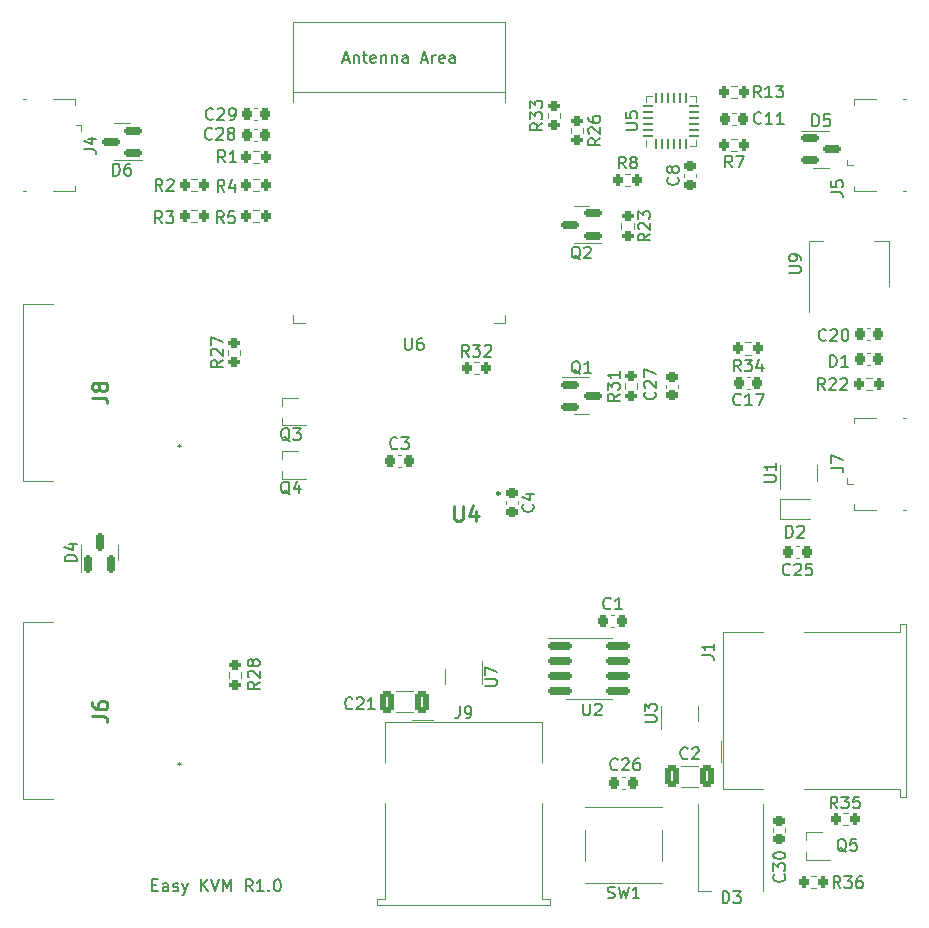
<source format=gto>
G04 #@! TF.GenerationSoftware,KiCad,Pcbnew,(6.0.8)*
G04 #@! TF.CreationDate,2022-10-29T11:40:11-07:00*
G04 #@! TF.ProjectId,EasyKVM,45617379-4b56-44d2-9e6b-696361645f70,rev?*
G04 #@! TF.SameCoordinates,Original*
G04 #@! TF.FileFunction,Legend,Top*
G04 #@! TF.FilePolarity,Positive*
%FSLAX46Y46*%
G04 Gerber Fmt 4.6, Leading zero omitted, Abs format (unit mm)*
G04 Created by KiCad (PCBNEW (6.0.8)) date 2022-10-29 11:40:11*
%MOMM*%
%LPD*%
G01*
G04 APERTURE LIST*
G04 Aperture macros list*
%AMRoundRect*
0 Rectangle with rounded corners*
0 $1 Rounding radius*
0 $2 $3 $4 $5 $6 $7 $8 $9 X,Y pos of 4 corners*
0 Add a 4 corners polygon primitive as box body*
4,1,4,$2,$3,$4,$5,$6,$7,$8,$9,$2,$3,0*
0 Add four circle primitives for the rounded corners*
1,1,$1+$1,$2,$3*
1,1,$1+$1,$4,$5*
1,1,$1+$1,$6,$7*
1,1,$1+$1,$8,$9*
0 Add four rect primitives between the rounded corners*
20,1,$1+$1,$2,$3,$4,$5,0*
20,1,$1+$1,$4,$5,$6,$7,0*
20,1,$1+$1,$6,$7,$8,$9,0*
20,1,$1+$1,$8,$9,$2,$3,0*%
G04 Aperture macros list end*
%ADD10C,0.150000*%
%ADD11C,0.254000*%
%ADD12C,0.120000*%
%ADD13C,0.200000*%
%ADD14C,0.100000*%
%ADD15C,0.250000*%
%ADD16RoundRect,0.200000X0.200000X0.275000X-0.200000X0.275000X-0.200000X-0.275000X0.200000X-0.275000X0*%
%ADD17RoundRect,0.200000X-0.275000X0.200000X-0.275000X-0.200000X0.275000X-0.200000X0.275000X0.200000X0*%
%ADD18RoundRect,0.225000X-0.225000X-0.250000X0.225000X-0.250000X0.225000X0.250000X-0.225000X0.250000X0*%
%ADD19R,2.600000X0.300000*%
%ADD20C,4.275000*%
%ADD21C,2.880000*%
%ADD22RoundRect,0.225000X0.225000X0.250000X-0.225000X0.250000X-0.225000X-0.250000X0.225000X-0.250000X0*%
%ADD23RoundRect,0.200000X-0.200000X-0.275000X0.200000X-0.275000X0.200000X0.275000X-0.200000X0.275000X0*%
%ADD24RoundRect,0.225000X-0.250000X0.225000X-0.250000X-0.225000X0.250000X-0.225000X0.250000X0.225000X0*%
%ADD25RoundRect,0.200000X0.275000X-0.200000X0.275000X0.200000X-0.275000X0.200000X-0.275000X-0.200000X0*%
%ADD26R,1.000000X0.700000*%
%ADD27R,0.600000X0.700000*%
%ADD28R,1.350000X0.400000*%
%ADD29R,1.900000X1.200000*%
%ADD30O,1.900000X1.200000*%
%ADD31R,1.900000X1.500000*%
%ADD32C,1.450000*%
%ADD33R,0.700000X0.450000*%
%ADD34R,1.600000X1.500000*%
%ADD35C,1.600000*%
%ADD36C,3.000000*%
%ADD37R,1.500000X1.600000*%
%ADD38RoundRect,0.225000X0.250000X-0.225000X0.250000X0.225000X-0.250000X0.225000X-0.250000X-0.225000X0*%
%ADD39RoundRect,0.150000X-0.587500X-0.150000X0.587500X-0.150000X0.587500X0.150000X-0.587500X0.150000X0*%
%ADD40R,0.600000X0.450000*%
%ADD41R,1.500000X2.000000*%
%ADD42R,3.800000X2.000000*%
%ADD43RoundRect,0.062500X0.062500X-0.350000X0.062500X0.350000X-0.062500X0.350000X-0.062500X-0.350000X0*%
%ADD44RoundRect,0.062500X0.350000X-0.062500X0.350000X0.062500X-0.350000X0.062500X-0.350000X-0.062500X0*%
%ADD45R,2.600000X2.600000*%
%ADD46RoundRect,0.150000X0.587500X0.150000X-0.587500X0.150000X-0.587500X-0.150000X0.587500X-0.150000X0*%
%ADD47R,0.850000X0.300000*%
%ADD48R,0.300000X0.850000*%
%ADD49R,3.200000X3.200000*%
%ADD50RoundRect,0.150000X0.150000X-0.587500X0.150000X0.587500X-0.150000X0.587500X-0.150000X-0.587500X0*%
%ADD51R,1.500000X0.900000*%
%ADD52R,0.900000X1.500000*%
%ADD53R,0.900000X0.900000*%
%ADD54R,1.550000X1.300000*%
%ADD55RoundRect,0.150000X-0.825000X-0.150000X0.825000X-0.150000X0.825000X0.150000X-0.825000X0.150000X0*%
%ADD56RoundRect,0.250000X0.325000X0.650000X-0.325000X0.650000X-0.325000X-0.650000X0.325000X-0.650000X0*%
%ADD57R,1.000000X1.500000*%
%ADD58RoundRect,0.250000X-0.325000X-0.650000X0.325000X-0.650000X0.325000X0.650000X-0.325000X0.650000X0*%
G04 APERTURE END LIST*
D10*
X105085595Y-166178571D02*
X105418928Y-166178571D01*
X105561785Y-166702380D02*
X105085595Y-166702380D01*
X105085595Y-165702380D01*
X105561785Y-165702380D01*
X106418928Y-166702380D02*
X106418928Y-166178571D01*
X106371309Y-166083333D01*
X106276071Y-166035714D01*
X106085595Y-166035714D01*
X105990357Y-166083333D01*
X106418928Y-166654761D02*
X106323690Y-166702380D01*
X106085595Y-166702380D01*
X105990357Y-166654761D01*
X105942738Y-166559523D01*
X105942738Y-166464285D01*
X105990357Y-166369047D01*
X106085595Y-166321428D01*
X106323690Y-166321428D01*
X106418928Y-166273809D01*
X106847500Y-166654761D02*
X106942738Y-166702380D01*
X107133214Y-166702380D01*
X107228452Y-166654761D01*
X107276071Y-166559523D01*
X107276071Y-166511904D01*
X107228452Y-166416666D01*
X107133214Y-166369047D01*
X106990357Y-166369047D01*
X106895119Y-166321428D01*
X106847500Y-166226190D01*
X106847500Y-166178571D01*
X106895119Y-166083333D01*
X106990357Y-166035714D01*
X107133214Y-166035714D01*
X107228452Y-166083333D01*
X107609404Y-166035714D02*
X107847500Y-166702380D01*
X108085595Y-166035714D02*
X107847500Y-166702380D01*
X107752261Y-166940476D01*
X107704642Y-166988095D01*
X107609404Y-167035714D01*
X109228452Y-166702380D02*
X109228452Y-165702380D01*
X109799880Y-166702380D02*
X109371309Y-166130952D01*
X109799880Y-165702380D02*
X109228452Y-166273809D01*
X110085595Y-165702380D02*
X110418928Y-166702380D01*
X110752261Y-165702380D01*
X111085595Y-166702380D02*
X111085595Y-165702380D01*
X111418928Y-166416666D01*
X111752261Y-165702380D01*
X111752261Y-166702380D01*
X113561785Y-166702380D02*
X113228452Y-166226190D01*
X112990357Y-166702380D02*
X112990357Y-165702380D01*
X113371309Y-165702380D01*
X113466547Y-165750000D01*
X113514166Y-165797619D01*
X113561785Y-165892857D01*
X113561785Y-166035714D01*
X113514166Y-166130952D01*
X113466547Y-166178571D01*
X113371309Y-166226190D01*
X112990357Y-166226190D01*
X114514166Y-166702380D02*
X113942738Y-166702380D01*
X114228452Y-166702380D02*
X114228452Y-165702380D01*
X114133214Y-165845238D01*
X114037976Y-165940476D01*
X113942738Y-165988095D01*
X114942738Y-166607142D02*
X114990357Y-166654761D01*
X114942738Y-166702380D01*
X114895119Y-166654761D01*
X114942738Y-166607142D01*
X114942738Y-166702380D01*
X115609404Y-165702380D02*
X115704642Y-165702380D01*
X115799880Y-165750000D01*
X115847500Y-165797619D01*
X115895119Y-165892857D01*
X115942738Y-166083333D01*
X115942738Y-166321428D01*
X115895119Y-166511904D01*
X115847500Y-166607142D01*
X115799880Y-166654761D01*
X115704642Y-166702380D01*
X115609404Y-166702380D01*
X115514166Y-166654761D01*
X115466547Y-166607142D01*
X115418928Y-166511904D01*
X115371309Y-166321428D01*
X115371309Y-166083333D01*
X115418928Y-165892857D01*
X115466547Y-165797619D01*
X115514166Y-165750000D01*
X115609404Y-165702380D01*
X162007142Y-124262380D02*
X161673809Y-123786190D01*
X161435714Y-124262380D02*
X161435714Y-123262380D01*
X161816666Y-123262380D01*
X161911904Y-123310000D01*
X161959523Y-123357619D01*
X162007142Y-123452857D01*
X162007142Y-123595714D01*
X161959523Y-123690952D01*
X161911904Y-123738571D01*
X161816666Y-123786190D01*
X161435714Y-123786190D01*
X162388095Y-123357619D02*
X162435714Y-123310000D01*
X162530952Y-123262380D01*
X162769047Y-123262380D01*
X162864285Y-123310000D01*
X162911904Y-123357619D01*
X162959523Y-123452857D01*
X162959523Y-123548095D01*
X162911904Y-123690952D01*
X162340476Y-124262380D01*
X162959523Y-124262380D01*
X163340476Y-123357619D02*
X163388095Y-123310000D01*
X163483333Y-123262380D01*
X163721428Y-123262380D01*
X163816666Y-123310000D01*
X163864285Y-123357619D01*
X163911904Y-123452857D01*
X163911904Y-123548095D01*
X163864285Y-123690952D01*
X163292857Y-124262380D01*
X163911904Y-124262380D01*
X144632380Y-124592857D02*
X144156190Y-124926190D01*
X144632380Y-125164285D02*
X143632380Y-125164285D01*
X143632380Y-124783333D01*
X143680000Y-124688095D01*
X143727619Y-124640476D01*
X143822857Y-124592857D01*
X143965714Y-124592857D01*
X144060952Y-124640476D01*
X144108571Y-124688095D01*
X144156190Y-124783333D01*
X144156190Y-125164285D01*
X143632380Y-124259523D02*
X143632380Y-123640476D01*
X144013333Y-123973809D01*
X144013333Y-123830952D01*
X144060952Y-123735714D01*
X144108571Y-123688095D01*
X144203809Y-123640476D01*
X144441904Y-123640476D01*
X144537142Y-123688095D01*
X144584761Y-123735714D01*
X144632380Y-123830952D01*
X144632380Y-124116666D01*
X144584761Y-124211904D01*
X144537142Y-124259523D01*
X144632380Y-122688095D02*
X144632380Y-123259523D01*
X144632380Y-122973809D02*
X143632380Y-122973809D01*
X143775238Y-123069047D01*
X143870476Y-123164285D01*
X143918095Y-123259523D01*
X159057142Y-139857142D02*
X159009523Y-139904761D01*
X158866666Y-139952380D01*
X158771428Y-139952380D01*
X158628571Y-139904761D01*
X158533333Y-139809523D01*
X158485714Y-139714285D01*
X158438095Y-139523809D01*
X158438095Y-139380952D01*
X158485714Y-139190476D01*
X158533333Y-139095238D01*
X158628571Y-139000000D01*
X158771428Y-138952380D01*
X158866666Y-138952380D01*
X159009523Y-139000000D01*
X159057142Y-139047619D01*
X159438095Y-139047619D02*
X159485714Y-139000000D01*
X159580952Y-138952380D01*
X159819047Y-138952380D01*
X159914285Y-139000000D01*
X159961904Y-139047619D01*
X160009523Y-139142857D01*
X160009523Y-139238095D01*
X159961904Y-139380952D01*
X159390476Y-139952380D01*
X160009523Y-139952380D01*
X160914285Y-138952380D02*
X160438095Y-138952380D01*
X160390476Y-139428571D01*
X160438095Y-139380952D01*
X160533333Y-139333333D01*
X160771428Y-139333333D01*
X160866666Y-139380952D01*
X160914285Y-139428571D01*
X160961904Y-139523809D01*
X160961904Y-139761904D01*
X160914285Y-139857142D01*
X160866666Y-139904761D01*
X160771428Y-139952380D01*
X160533333Y-139952380D01*
X160438095Y-139904761D01*
X160390476Y-139857142D01*
D11*
X99996523Y-124903333D02*
X100903666Y-124903333D01*
X101085095Y-124963809D01*
X101206047Y-125084761D01*
X101266523Y-125266190D01*
X101266523Y-125387142D01*
X100540809Y-124117142D02*
X100480333Y-124238095D01*
X100419857Y-124298571D01*
X100298904Y-124359047D01*
X100238428Y-124359047D01*
X100117476Y-124298571D01*
X100057000Y-124238095D01*
X99996523Y-124117142D01*
X99996523Y-123875238D01*
X100057000Y-123754285D01*
X100117476Y-123693809D01*
X100238428Y-123633333D01*
X100298904Y-123633333D01*
X100419857Y-123693809D01*
X100480333Y-123754285D01*
X100540809Y-123875238D01*
X100540809Y-124117142D01*
X100601285Y-124238095D01*
X100661761Y-124298571D01*
X100782714Y-124359047D01*
X101024619Y-124359047D01*
X101145571Y-124298571D01*
X101206047Y-124238095D01*
X101266523Y-124117142D01*
X101266523Y-123875238D01*
X101206047Y-123754285D01*
X101145571Y-123693809D01*
X101024619Y-123633333D01*
X100782714Y-123633333D01*
X100661761Y-123693809D01*
X100601285Y-123754285D01*
X100540809Y-123875238D01*
D10*
X163077142Y-159682380D02*
X162743809Y-159206190D01*
X162505714Y-159682380D02*
X162505714Y-158682380D01*
X162886666Y-158682380D01*
X162981904Y-158730000D01*
X163029523Y-158777619D01*
X163077142Y-158872857D01*
X163077142Y-159015714D01*
X163029523Y-159110952D01*
X162981904Y-159158571D01*
X162886666Y-159206190D01*
X162505714Y-159206190D01*
X163410476Y-158682380D02*
X164029523Y-158682380D01*
X163696190Y-159063333D01*
X163839047Y-159063333D01*
X163934285Y-159110952D01*
X163981904Y-159158571D01*
X164029523Y-159253809D01*
X164029523Y-159491904D01*
X163981904Y-159587142D01*
X163934285Y-159634761D01*
X163839047Y-159682380D01*
X163553333Y-159682380D01*
X163458095Y-159634761D01*
X163410476Y-159587142D01*
X164934285Y-158682380D02*
X164458095Y-158682380D01*
X164410476Y-159158571D01*
X164458095Y-159110952D01*
X164553333Y-159063333D01*
X164791428Y-159063333D01*
X164886666Y-159110952D01*
X164934285Y-159158571D01*
X164981904Y-159253809D01*
X164981904Y-159491904D01*
X164934285Y-159587142D01*
X164886666Y-159634761D01*
X164791428Y-159682380D01*
X164553333Y-159682380D01*
X164458095Y-159634761D01*
X164410476Y-159587142D01*
X144472722Y-156357142D02*
X144425103Y-156404761D01*
X144282246Y-156452380D01*
X144187008Y-156452380D01*
X144044151Y-156404761D01*
X143948913Y-156309523D01*
X143901294Y-156214285D01*
X143853675Y-156023809D01*
X143853675Y-155880952D01*
X143901294Y-155690476D01*
X143948913Y-155595238D01*
X144044151Y-155500000D01*
X144187008Y-155452380D01*
X144282246Y-155452380D01*
X144425103Y-155500000D01*
X144472722Y-155547619D01*
X144853675Y-155547619D02*
X144901294Y-155500000D01*
X144996532Y-155452380D01*
X145234627Y-155452380D01*
X145329865Y-155500000D01*
X145377484Y-155547619D01*
X145425103Y-155642857D01*
X145425103Y-155738095D01*
X145377484Y-155880952D01*
X144806056Y-156452380D01*
X145425103Y-156452380D01*
X146282246Y-155452380D02*
X146091770Y-155452380D01*
X145996532Y-155500000D01*
X145948913Y-155547619D01*
X145853675Y-155690476D01*
X145806056Y-155880952D01*
X145806056Y-156261904D01*
X145853675Y-156357142D01*
X145901294Y-156404761D01*
X145996532Y-156452380D01*
X146187008Y-156452380D01*
X146282246Y-156404761D01*
X146329865Y-156357142D01*
X146377484Y-156261904D01*
X146377484Y-156023809D01*
X146329865Y-155928571D01*
X146282246Y-155880952D01*
X146187008Y-155833333D01*
X145996532Y-155833333D01*
X145901294Y-155880952D01*
X145853675Y-155928571D01*
X145806056Y-156023809D01*
X145153333Y-105492380D02*
X144820000Y-105016190D01*
X144581904Y-105492380D02*
X144581904Y-104492380D01*
X144962857Y-104492380D01*
X145058095Y-104540000D01*
X145105714Y-104587619D01*
X145153333Y-104682857D01*
X145153333Y-104825714D01*
X145105714Y-104920952D01*
X145058095Y-104968571D01*
X144962857Y-105016190D01*
X144581904Y-105016190D01*
X145724761Y-104920952D02*
X145629523Y-104873333D01*
X145581904Y-104825714D01*
X145534285Y-104730476D01*
X145534285Y-104682857D01*
X145581904Y-104587619D01*
X145629523Y-104540000D01*
X145724761Y-104492380D01*
X145915238Y-104492380D01*
X146010476Y-104540000D01*
X146058095Y-104587619D01*
X146105714Y-104682857D01*
X146105714Y-104730476D01*
X146058095Y-104825714D01*
X146010476Y-104873333D01*
X145915238Y-104920952D01*
X145724761Y-104920952D01*
X145629523Y-104968571D01*
X145581904Y-105016190D01*
X145534285Y-105111428D01*
X145534285Y-105301904D01*
X145581904Y-105397142D01*
X145629523Y-105444761D01*
X145724761Y-105492380D01*
X145915238Y-105492380D01*
X146010476Y-105444761D01*
X146058095Y-105397142D01*
X146105714Y-105301904D01*
X146105714Y-105111428D01*
X146058095Y-105016190D01*
X146010476Y-104968571D01*
X145915238Y-104920952D01*
X137287142Y-133946666D02*
X137334761Y-133994285D01*
X137382380Y-134137142D01*
X137382380Y-134232380D01*
X137334761Y-134375238D01*
X137239523Y-134470476D01*
X137144285Y-134518095D01*
X136953809Y-134565714D01*
X136810952Y-134565714D01*
X136620476Y-134518095D01*
X136525238Y-134470476D01*
X136430000Y-134375238D01*
X136382380Y-134232380D01*
X136382380Y-134137142D01*
X136430000Y-133994285D01*
X136477619Y-133946666D01*
X136715714Y-133089523D02*
X137382380Y-133089523D01*
X136334761Y-133327619D02*
X137049047Y-133565714D01*
X137049047Y-132946666D01*
X143883333Y-142737142D02*
X143835714Y-142784761D01*
X143692857Y-142832380D01*
X143597619Y-142832380D01*
X143454761Y-142784761D01*
X143359523Y-142689523D01*
X143311904Y-142594285D01*
X143264285Y-142403809D01*
X143264285Y-142260952D01*
X143311904Y-142070476D01*
X143359523Y-141975238D01*
X143454761Y-141880000D01*
X143597619Y-141832380D01*
X143692857Y-141832380D01*
X143835714Y-141880000D01*
X143883333Y-141927619D01*
X144835714Y-142832380D02*
X144264285Y-142832380D01*
X144550000Y-142832380D02*
X144550000Y-141832380D01*
X144454761Y-141975238D01*
X144359523Y-142070476D01*
X144264285Y-142118095D01*
X111022380Y-121717857D02*
X110546190Y-122051190D01*
X111022380Y-122289285D02*
X110022380Y-122289285D01*
X110022380Y-121908333D01*
X110070000Y-121813095D01*
X110117619Y-121765476D01*
X110212857Y-121717857D01*
X110355714Y-121717857D01*
X110450952Y-121765476D01*
X110498571Y-121813095D01*
X110546190Y-121908333D01*
X110546190Y-122289285D01*
X110117619Y-121336904D02*
X110070000Y-121289285D01*
X110022380Y-121194047D01*
X110022380Y-120955952D01*
X110070000Y-120860714D01*
X110117619Y-120813095D01*
X110212857Y-120765476D01*
X110308095Y-120765476D01*
X110450952Y-120813095D01*
X111022380Y-121384523D01*
X111022380Y-120765476D01*
X110022380Y-120432142D02*
X110022380Y-119765476D01*
X111022380Y-120194047D01*
X156872380Y-132041904D02*
X157681904Y-132041904D01*
X157777142Y-131994285D01*
X157824761Y-131946666D01*
X157872380Y-131851428D01*
X157872380Y-131660952D01*
X157824761Y-131565714D01*
X157777142Y-131518095D01*
X157681904Y-131470476D01*
X156872380Y-131470476D01*
X157872380Y-130470476D02*
X157872380Y-131041904D01*
X157872380Y-130756190D02*
X156872380Y-130756190D01*
X157015238Y-130851428D01*
X157110476Y-130946666D01*
X157158095Y-131041904D01*
X105913333Y-110142380D02*
X105580000Y-109666190D01*
X105341904Y-110142380D02*
X105341904Y-109142380D01*
X105722857Y-109142380D01*
X105818095Y-109190000D01*
X105865714Y-109237619D01*
X105913333Y-109332857D01*
X105913333Y-109475714D01*
X105865714Y-109570952D01*
X105818095Y-109618571D01*
X105722857Y-109666190D01*
X105341904Y-109666190D01*
X106246666Y-109142380D02*
X106865714Y-109142380D01*
X106532380Y-109523333D01*
X106675238Y-109523333D01*
X106770476Y-109570952D01*
X106818095Y-109618571D01*
X106865714Y-109713809D01*
X106865714Y-109951904D01*
X106818095Y-110047142D01*
X106770476Y-110094761D01*
X106675238Y-110142380D01*
X106389523Y-110142380D01*
X106294285Y-110094761D01*
X106246666Y-110047142D01*
X162569880Y-130833333D02*
X163284166Y-130833333D01*
X163427023Y-130880952D01*
X163522261Y-130976190D01*
X163569880Y-131119047D01*
X163569880Y-131214285D01*
X162569880Y-130452380D02*
X162569880Y-129785714D01*
X163569880Y-130214285D01*
D11*
X99996523Y-151852833D02*
X100903666Y-151852833D01*
X101085095Y-151913309D01*
X101206047Y-152034261D01*
X101266523Y-152215690D01*
X101266523Y-152336642D01*
X99996523Y-150703785D02*
X99996523Y-150945690D01*
X100057000Y-151066642D01*
X100117476Y-151127119D01*
X100298904Y-151248071D01*
X100540809Y-151308547D01*
X101024619Y-151308547D01*
X101145571Y-151248071D01*
X101206047Y-151187595D01*
X101266523Y-151066642D01*
X101266523Y-150824738D01*
X101206047Y-150703785D01*
X101145571Y-150643309D01*
X101024619Y-150582833D01*
X100722238Y-150582833D01*
X100601285Y-150643309D01*
X100540809Y-150703785D01*
X100480333Y-150824738D01*
X100480333Y-151066642D01*
X100540809Y-151187595D01*
X100601285Y-151248071D01*
X100722238Y-151308547D01*
D10*
X105933333Y-107402380D02*
X105600000Y-106926190D01*
X105361904Y-107402380D02*
X105361904Y-106402380D01*
X105742857Y-106402380D01*
X105838095Y-106450000D01*
X105885714Y-106497619D01*
X105933333Y-106592857D01*
X105933333Y-106735714D01*
X105885714Y-106830952D01*
X105838095Y-106878571D01*
X105742857Y-106926190D01*
X105361904Y-106926190D01*
X106314285Y-106497619D02*
X106361904Y-106450000D01*
X106457142Y-106402380D01*
X106695238Y-106402380D01*
X106790476Y-106450000D01*
X106838095Y-106497619D01*
X106885714Y-106592857D01*
X106885714Y-106688095D01*
X106838095Y-106830952D01*
X106266666Y-107402380D01*
X106885714Y-107402380D01*
X99314880Y-103883333D02*
X100029166Y-103883333D01*
X100172023Y-103930952D01*
X100267261Y-104026190D01*
X100314880Y-104169047D01*
X100314880Y-104264285D01*
X99648214Y-102978571D02*
X100314880Y-102978571D01*
X99267261Y-103216666D02*
X99981547Y-103454761D01*
X99981547Y-102835714D01*
X116724761Y-133107619D02*
X116629523Y-133060000D01*
X116534285Y-132964761D01*
X116391428Y-132821904D01*
X116296190Y-132774285D01*
X116200952Y-132774285D01*
X116248571Y-133012380D02*
X116153333Y-132964761D01*
X116058095Y-132869523D01*
X116010476Y-132679047D01*
X116010476Y-132345714D01*
X116058095Y-132155238D01*
X116153333Y-132060000D01*
X116248571Y-132012380D01*
X116439047Y-132012380D01*
X116534285Y-132060000D01*
X116629523Y-132155238D01*
X116677142Y-132345714D01*
X116677142Y-132679047D01*
X116629523Y-132869523D01*
X116534285Y-132964761D01*
X116439047Y-133012380D01*
X116248571Y-133012380D01*
X117534285Y-132345714D02*
X117534285Y-133012380D01*
X117296190Y-131964761D02*
X117058095Y-132679047D01*
X117677142Y-132679047D01*
X131086666Y-151042380D02*
X131086666Y-151756666D01*
X131039047Y-151899523D01*
X130943809Y-151994761D01*
X130800952Y-152042380D01*
X130705714Y-152042380D01*
X131610476Y-152042380D02*
X131800952Y-152042380D01*
X131896190Y-151994761D01*
X131943809Y-151947142D01*
X132039047Y-151804285D01*
X132086666Y-151613809D01*
X132086666Y-151232857D01*
X132039047Y-151137619D01*
X131991428Y-151090000D01*
X131896190Y-151042380D01*
X131705714Y-151042380D01*
X131610476Y-151090000D01*
X131562857Y-151137619D01*
X131515238Y-151232857D01*
X131515238Y-151470952D01*
X131562857Y-151566190D01*
X131610476Y-151613809D01*
X131705714Y-151661428D01*
X131896190Y-151661428D01*
X131991428Y-151613809D01*
X132039047Y-151566190D01*
X132086666Y-151470952D01*
X151602380Y-146733333D02*
X152316666Y-146733333D01*
X152459523Y-146780952D01*
X152554761Y-146876190D01*
X152602380Y-147019047D01*
X152602380Y-147114285D01*
X152602380Y-145733333D02*
X152602380Y-146304761D01*
X152602380Y-146019047D02*
X151602380Y-146019047D01*
X151745238Y-146114285D01*
X151840476Y-146209523D01*
X151888095Y-146304761D01*
X156627142Y-101647142D02*
X156579523Y-101694761D01*
X156436666Y-101742380D01*
X156341428Y-101742380D01*
X156198571Y-101694761D01*
X156103333Y-101599523D01*
X156055714Y-101504285D01*
X156008095Y-101313809D01*
X156008095Y-101170952D01*
X156055714Y-100980476D01*
X156103333Y-100885238D01*
X156198571Y-100790000D01*
X156341428Y-100742380D01*
X156436666Y-100742380D01*
X156579523Y-100790000D01*
X156627142Y-100837619D01*
X157579523Y-101742380D02*
X157008095Y-101742380D01*
X157293809Y-101742380D02*
X157293809Y-100742380D01*
X157198571Y-100885238D01*
X157103333Y-100980476D01*
X157008095Y-101028095D01*
X158531904Y-101742380D02*
X157960476Y-101742380D01*
X158246190Y-101742380D02*
X158246190Y-100742380D01*
X158150952Y-100885238D01*
X158055714Y-100980476D01*
X157960476Y-101028095D01*
X147612142Y-124442277D02*
X147659761Y-124489896D01*
X147707380Y-124632753D01*
X147707380Y-124727991D01*
X147659761Y-124870848D01*
X147564523Y-124966086D01*
X147469285Y-125013705D01*
X147278809Y-125061324D01*
X147135952Y-125061324D01*
X146945476Y-125013705D01*
X146850238Y-124966086D01*
X146755000Y-124870848D01*
X146707380Y-124727991D01*
X146707380Y-124632753D01*
X146755000Y-124489896D01*
X146802619Y-124442277D01*
X146802619Y-124061324D02*
X146755000Y-124013705D01*
X146707380Y-123918467D01*
X146707380Y-123680372D01*
X146755000Y-123585134D01*
X146802619Y-123537515D01*
X146897857Y-123489896D01*
X146993095Y-123489896D01*
X147135952Y-123537515D01*
X147707380Y-124108943D01*
X147707380Y-123489896D01*
X146707380Y-123156562D02*
X146707380Y-122489896D01*
X147707380Y-122918467D01*
X138082380Y-101672857D02*
X137606190Y-102006190D01*
X138082380Y-102244285D02*
X137082380Y-102244285D01*
X137082380Y-101863333D01*
X137130000Y-101768095D01*
X137177619Y-101720476D01*
X137272857Y-101672857D01*
X137415714Y-101672857D01*
X137510952Y-101720476D01*
X137558571Y-101768095D01*
X137606190Y-101863333D01*
X137606190Y-102244285D01*
X137082380Y-101339523D02*
X137082380Y-100720476D01*
X137463333Y-101053809D01*
X137463333Y-100910952D01*
X137510952Y-100815714D01*
X137558571Y-100768095D01*
X137653809Y-100720476D01*
X137891904Y-100720476D01*
X137987142Y-100768095D01*
X138034761Y-100815714D01*
X138082380Y-100910952D01*
X138082380Y-101196666D01*
X138034761Y-101291904D01*
X137987142Y-101339523D01*
X137082380Y-100387142D02*
X137082380Y-99768095D01*
X137463333Y-100101428D01*
X137463333Y-99958571D01*
X137510952Y-99863333D01*
X137558571Y-99815714D01*
X137653809Y-99768095D01*
X137891904Y-99768095D01*
X137987142Y-99815714D01*
X138034761Y-99863333D01*
X138082380Y-99958571D01*
X138082380Y-100244285D01*
X138034761Y-100339523D01*
X137987142Y-100387142D01*
X110217142Y-101307142D02*
X110169523Y-101354761D01*
X110026666Y-101402380D01*
X109931428Y-101402380D01*
X109788571Y-101354761D01*
X109693333Y-101259523D01*
X109645714Y-101164285D01*
X109598095Y-100973809D01*
X109598095Y-100830952D01*
X109645714Y-100640476D01*
X109693333Y-100545238D01*
X109788571Y-100450000D01*
X109931428Y-100402380D01*
X110026666Y-100402380D01*
X110169523Y-100450000D01*
X110217142Y-100497619D01*
X110598095Y-100497619D02*
X110645714Y-100450000D01*
X110740952Y-100402380D01*
X110979047Y-100402380D01*
X111074285Y-100450000D01*
X111121904Y-100497619D01*
X111169523Y-100592857D01*
X111169523Y-100688095D01*
X111121904Y-100830952D01*
X110550476Y-101402380D01*
X111169523Y-101402380D01*
X111645714Y-101402380D02*
X111836190Y-101402380D01*
X111931428Y-101354761D01*
X111979047Y-101307142D01*
X112074285Y-101164285D01*
X112121904Y-100973809D01*
X112121904Y-100592857D01*
X112074285Y-100497619D01*
X112026666Y-100450000D01*
X111931428Y-100402380D01*
X111740952Y-100402380D01*
X111645714Y-100450000D01*
X111598095Y-100497619D01*
X111550476Y-100592857D01*
X111550476Y-100830952D01*
X111598095Y-100926190D01*
X111645714Y-100973809D01*
X111740952Y-101021428D01*
X111931428Y-101021428D01*
X112026666Y-100973809D01*
X112074285Y-100926190D01*
X112121904Y-100830952D01*
X154163333Y-105422380D02*
X153830000Y-104946190D01*
X153591904Y-105422380D02*
X153591904Y-104422380D01*
X153972857Y-104422380D01*
X154068095Y-104470000D01*
X154115714Y-104517619D01*
X154163333Y-104612857D01*
X154163333Y-104755714D01*
X154115714Y-104850952D01*
X154068095Y-104898571D01*
X153972857Y-104946190D01*
X153591904Y-104946190D01*
X154496666Y-104422380D02*
X155163333Y-104422380D01*
X154734761Y-105422380D01*
X111183333Y-107462380D02*
X110850000Y-106986190D01*
X110611904Y-107462380D02*
X110611904Y-106462380D01*
X110992857Y-106462380D01*
X111088095Y-106510000D01*
X111135714Y-106557619D01*
X111183333Y-106652857D01*
X111183333Y-106795714D01*
X111135714Y-106890952D01*
X111088095Y-106938571D01*
X110992857Y-106986190D01*
X110611904Y-106986190D01*
X112040476Y-106795714D02*
X112040476Y-107462380D01*
X111802380Y-106414761D02*
X111564285Y-107129047D01*
X112183333Y-107129047D01*
X146772380Y-152381904D02*
X147581904Y-152381904D01*
X147677142Y-152334285D01*
X147724761Y-152286666D01*
X147772380Y-152191428D01*
X147772380Y-152000952D01*
X147724761Y-151905714D01*
X147677142Y-151858095D01*
X147581904Y-151810476D01*
X146772380Y-151810476D01*
X146772380Y-151429523D02*
X146772380Y-150810476D01*
X147153333Y-151143809D01*
X147153333Y-151000952D01*
X147200952Y-150905714D01*
X147248571Y-150858095D01*
X147343809Y-150810476D01*
X147581904Y-150810476D01*
X147677142Y-150858095D01*
X147724761Y-150905714D01*
X147772380Y-151000952D01*
X147772380Y-151286666D01*
X147724761Y-151381904D01*
X147677142Y-151429523D01*
X141314761Y-122897619D02*
X141219523Y-122850000D01*
X141124285Y-122754761D01*
X140981428Y-122611904D01*
X140886190Y-122564285D01*
X140790952Y-122564285D01*
X140838571Y-122802380D02*
X140743333Y-122754761D01*
X140648095Y-122659523D01*
X140600476Y-122469047D01*
X140600476Y-122135714D01*
X140648095Y-121945238D01*
X140743333Y-121850000D01*
X140838571Y-121802380D01*
X141029047Y-121802380D01*
X141124285Y-121850000D01*
X141219523Y-121945238D01*
X141267142Y-122135714D01*
X141267142Y-122469047D01*
X141219523Y-122659523D01*
X141124285Y-122754761D01*
X141029047Y-122802380D01*
X140838571Y-122802380D01*
X142219523Y-122802380D02*
X141648095Y-122802380D01*
X141933809Y-122802380D02*
X141933809Y-121802380D01*
X141838571Y-121945238D01*
X141743333Y-122040476D01*
X141648095Y-122088095D01*
X163337142Y-166432380D02*
X163003809Y-165956190D01*
X162765714Y-166432380D02*
X162765714Y-165432380D01*
X163146666Y-165432380D01*
X163241904Y-165480000D01*
X163289523Y-165527619D01*
X163337142Y-165622857D01*
X163337142Y-165765714D01*
X163289523Y-165860952D01*
X163241904Y-165908571D01*
X163146666Y-165956190D01*
X162765714Y-165956190D01*
X163670476Y-165432380D02*
X164289523Y-165432380D01*
X163956190Y-165813333D01*
X164099047Y-165813333D01*
X164194285Y-165860952D01*
X164241904Y-165908571D01*
X164289523Y-166003809D01*
X164289523Y-166241904D01*
X164241904Y-166337142D01*
X164194285Y-166384761D01*
X164099047Y-166432380D01*
X163813333Y-166432380D01*
X163718095Y-166384761D01*
X163670476Y-166337142D01*
X165146666Y-165432380D02*
X164956190Y-165432380D01*
X164860952Y-165480000D01*
X164813333Y-165527619D01*
X164718095Y-165670476D01*
X164670476Y-165860952D01*
X164670476Y-166241904D01*
X164718095Y-166337142D01*
X164765714Y-166384761D01*
X164860952Y-166432380D01*
X165051428Y-166432380D01*
X165146666Y-166384761D01*
X165194285Y-166337142D01*
X165241904Y-166241904D01*
X165241904Y-166003809D01*
X165194285Y-165908571D01*
X165146666Y-165860952D01*
X165051428Y-165813333D01*
X164860952Y-165813333D01*
X164765714Y-165860952D01*
X164718095Y-165908571D01*
X164670476Y-166003809D01*
X131867142Y-121442380D02*
X131533809Y-120966190D01*
X131295714Y-121442380D02*
X131295714Y-120442380D01*
X131676666Y-120442380D01*
X131771904Y-120490000D01*
X131819523Y-120537619D01*
X131867142Y-120632857D01*
X131867142Y-120775714D01*
X131819523Y-120870952D01*
X131771904Y-120918571D01*
X131676666Y-120966190D01*
X131295714Y-120966190D01*
X132200476Y-120442380D02*
X132819523Y-120442380D01*
X132486190Y-120823333D01*
X132629047Y-120823333D01*
X132724285Y-120870952D01*
X132771904Y-120918571D01*
X132819523Y-121013809D01*
X132819523Y-121251904D01*
X132771904Y-121347142D01*
X132724285Y-121394761D01*
X132629047Y-121442380D01*
X132343333Y-121442380D01*
X132248095Y-121394761D01*
X132200476Y-121347142D01*
X133200476Y-120537619D02*
X133248095Y-120490000D01*
X133343333Y-120442380D01*
X133581428Y-120442380D01*
X133676666Y-120490000D01*
X133724285Y-120537619D01*
X133771904Y-120632857D01*
X133771904Y-120728095D01*
X133724285Y-120870952D01*
X133152857Y-121442380D01*
X133771904Y-121442380D01*
X158736904Y-136752380D02*
X158736904Y-135752380D01*
X158975000Y-135752380D01*
X159117857Y-135800000D01*
X159213095Y-135895238D01*
X159260714Y-135990476D01*
X159308333Y-136180952D01*
X159308333Y-136323809D01*
X159260714Y-136514285D01*
X159213095Y-136609523D01*
X159117857Y-136704761D01*
X158975000Y-136752380D01*
X158736904Y-136752380D01*
X159689285Y-135847619D02*
X159736904Y-135800000D01*
X159832142Y-135752380D01*
X160070238Y-135752380D01*
X160165476Y-135800000D01*
X160213095Y-135847619D01*
X160260714Y-135942857D01*
X160260714Y-136038095D01*
X160213095Y-136180952D01*
X159641666Y-136752380D01*
X160260714Y-136752380D01*
X159002380Y-114351904D02*
X159811904Y-114351904D01*
X159907142Y-114304285D01*
X159954761Y-114256666D01*
X160002380Y-114161428D01*
X160002380Y-113970952D01*
X159954761Y-113875714D01*
X159907142Y-113828095D01*
X159811904Y-113780476D01*
X159002380Y-113780476D01*
X160002380Y-113256666D02*
X160002380Y-113066190D01*
X159954761Y-112970952D01*
X159907142Y-112923333D01*
X159764285Y-112828095D01*
X159573809Y-112780476D01*
X159192857Y-112780476D01*
X159097619Y-112828095D01*
X159050000Y-112875714D01*
X159002380Y-112970952D01*
X159002380Y-113161428D01*
X159050000Y-113256666D01*
X159097619Y-113304285D01*
X159192857Y-113351904D01*
X159430952Y-113351904D01*
X159526190Y-113304285D01*
X159573809Y-113256666D01*
X159621428Y-113161428D01*
X159621428Y-112970952D01*
X159573809Y-112875714D01*
X159526190Y-112828095D01*
X159430952Y-112780476D01*
X158557142Y-165277857D02*
X158604761Y-165325476D01*
X158652380Y-165468333D01*
X158652380Y-165563571D01*
X158604761Y-165706428D01*
X158509523Y-165801666D01*
X158414285Y-165849285D01*
X158223809Y-165896904D01*
X158080952Y-165896904D01*
X157890476Y-165849285D01*
X157795238Y-165801666D01*
X157700000Y-165706428D01*
X157652380Y-165563571D01*
X157652380Y-165468333D01*
X157700000Y-165325476D01*
X157747619Y-165277857D01*
X157652380Y-164944523D02*
X157652380Y-164325476D01*
X158033333Y-164658809D01*
X158033333Y-164515952D01*
X158080952Y-164420714D01*
X158128571Y-164373095D01*
X158223809Y-164325476D01*
X158461904Y-164325476D01*
X158557142Y-164373095D01*
X158604761Y-164420714D01*
X158652380Y-164515952D01*
X158652380Y-164801666D01*
X158604761Y-164896904D01*
X158557142Y-164944523D01*
X157652380Y-163706428D02*
X157652380Y-163611190D01*
X157700000Y-163515952D01*
X157747619Y-163468333D01*
X157842857Y-163420714D01*
X158033333Y-163373095D01*
X158271428Y-163373095D01*
X158461904Y-163420714D01*
X158557142Y-163468333D01*
X158604761Y-163515952D01*
X158652380Y-163611190D01*
X158652380Y-163706428D01*
X158604761Y-163801666D01*
X158557142Y-163849285D01*
X158461904Y-163896904D01*
X158271428Y-163944523D01*
X158033333Y-163944523D01*
X157842857Y-163896904D01*
X157747619Y-163849285D01*
X157700000Y-163801666D01*
X157652380Y-163706428D01*
X163814761Y-163367619D02*
X163719523Y-163320000D01*
X163624285Y-163224761D01*
X163481428Y-163081904D01*
X163386190Y-163034285D01*
X163290952Y-163034285D01*
X163338571Y-163272380D02*
X163243333Y-163224761D01*
X163148095Y-163129523D01*
X163100476Y-162939047D01*
X163100476Y-162605714D01*
X163148095Y-162415238D01*
X163243333Y-162320000D01*
X163338571Y-162272380D01*
X163529047Y-162272380D01*
X163624285Y-162320000D01*
X163719523Y-162415238D01*
X163767142Y-162605714D01*
X163767142Y-162939047D01*
X163719523Y-163129523D01*
X163624285Y-163224761D01*
X163529047Y-163272380D01*
X163338571Y-163272380D01*
X164671904Y-162272380D02*
X164195714Y-162272380D01*
X164148095Y-162748571D01*
X164195714Y-162700952D01*
X164290952Y-162653333D01*
X164529047Y-162653333D01*
X164624285Y-162700952D01*
X164671904Y-162748571D01*
X164719523Y-162843809D01*
X164719523Y-163081904D01*
X164671904Y-163177142D01*
X164624285Y-163224761D01*
X164529047Y-163272380D01*
X164290952Y-163272380D01*
X164195714Y-163224761D01*
X164148095Y-163177142D01*
X116724761Y-128597619D02*
X116629523Y-128550000D01*
X116534285Y-128454761D01*
X116391428Y-128311904D01*
X116296190Y-128264285D01*
X116200952Y-128264285D01*
X116248571Y-128502380D02*
X116153333Y-128454761D01*
X116058095Y-128359523D01*
X116010476Y-128169047D01*
X116010476Y-127835714D01*
X116058095Y-127645238D01*
X116153333Y-127550000D01*
X116248571Y-127502380D01*
X116439047Y-127502380D01*
X116534285Y-127550000D01*
X116629523Y-127645238D01*
X116677142Y-127835714D01*
X116677142Y-128169047D01*
X116629523Y-128359523D01*
X116534285Y-128454761D01*
X116439047Y-128502380D01*
X116248571Y-128502380D01*
X117010476Y-127502380D02*
X117629523Y-127502380D01*
X117296190Y-127883333D01*
X117439047Y-127883333D01*
X117534285Y-127930952D01*
X117581904Y-127978571D01*
X117629523Y-128073809D01*
X117629523Y-128311904D01*
X117581904Y-128407142D01*
X117534285Y-128454761D01*
X117439047Y-128502380D01*
X117153333Y-128502380D01*
X117058095Y-128454761D01*
X117010476Y-128407142D01*
X114152380Y-148977857D02*
X113676190Y-149311190D01*
X114152380Y-149549285D02*
X113152380Y-149549285D01*
X113152380Y-149168333D01*
X113200000Y-149073095D01*
X113247619Y-149025476D01*
X113342857Y-148977857D01*
X113485714Y-148977857D01*
X113580952Y-149025476D01*
X113628571Y-149073095D01*
X113676190Y-149168333D01*
X113676190Y-149549285D01*
X113247619Y-148596904D02*
X113200000Y-148549285D01*
X113152380Y-148454047D01*
X113152380Y-148215952D01*
X113200000Y-148120714D01*
X113247619Y-148073095D01*
X113342857Y-148025476D01*
X113438095Y-148025476D01*
X113580952Y-148073095D01*
X114152380Y-148644523D01*
X114152380Y-148025476D01*
X113580952Y-147454047D02*
X113533333Y-147549285D01*
X113485714Y-147596904D01*
X113390476Y-147644523D01*
X113342857Y-147644523D01*
X113247619Y-147596904D01*
X113200000Y-147549285D01*
X113152380Y-147454047D01*
X113152380Y-147263571D01*
X113200000Y-147168333D01*
X113247619Y-147120714D01*
X113342857Y-147073095D01*
X113390476Y-147073095D01*
X113485714Y-147120714D01*
X113533333Y-147168333D01*
X113580952Y-147263571D01*
X113580952Y-147454047D01*
X113628571Y-147549285D01*
X113676190Y-147596904D01*
X113771428Y-147644523D01*
X113961904Y-147644523D01*
X114057142Y-147596904D01*
X114104761Y-147549285D01*
X114152380Y-147454047D01*
X114152380Y-147263571D01*
X114104761Y-147168333D01*
X114057142Y-147120714D01*
X113961904Y-147073095D01*
X113771428Y-147073095D01*
X113676190Y-147120714D01*
X113628571Y-147168333D01*
X113580952Y-147263571D01*
X162552380Y-107523333D02*
X163266666Y-107523333D01*
X163409523Y-107570952D01*
X163504761Y-107666190D01*
X163552380Y-107809047D01*
X163552380Y-107904285D01*
X162552380Y-106570952D02*
X162552380Y-107047142D01*
X163028571Y-107094761D01*
X162980952Y-107047142D01*
X162933333Y-106951904D01*
X162933333Y-106713809D01*
X162980952Y-106618571D01*
X163028571Y-106570952D01*
X163123809Y-106523333D01*
X163361904Y-106523333D01*
X163457142Y-106570952D01*
X163504761Y-106618571D01*
X163552380Y-106713809D01*
X163552380Y-106951904D01*
X163504761Y-107047142D01*
X163457142Y-107094761D01*
X111123333Y-110132380D02*
X110790000Y-109656190D01*
X110551904Y-110132380D02*
X110551904Y-109132380D01*
X110932857Y-109132380D01*
X111028095Y-109180000D01*
X111075714Y-109227619D01*
X111123333Y-109322857D01*
X111123333Y-109465714D01*
X111075714Y-109560952D01*
X111028095Y-109608571D01*
X110932857Y-109656190D01*
X110551904Y-109656190D01*
X112028095Y-109132380D02*
X111551904Y-109132380D01*
X111504285Y-109608571D01*
X111551904Y-109560952D01*
X111647142Y-109513333D01*
X111885238Y-109513333D01*
X111980476Y-109560952D01*
X112028095Y-109608571D01*
X112075714Y-109703809D01*
X112075714Y-109941904D01*
X112028095Y-110037142D01*
X111980476Y-110084761D01*
X111885238Y-110132380D01*
X111647142Y-110132380D01*
X111551904Y-110084761D01*
X111504285Y-110037142D01*
X125833333Y-129177142D02*
X125785714Y-129224761D01*
X125642857Y-129272380D01*
X125547619Y-129272380D01*
X125404761Y-129224761D01*
X125309523Y-129129523D01*
X125261904Y-129034285D01*
X125214285Y-128843809D01*
X125214285Y-128700952D01*
X125261904Y-128510476D01*
X125309523Y-128415238D01*
X125404761Y-128320000D01*
X125547619Y-128272380D01*
X125642857Y-128272380D01*
X125785714Y-128320000D01*
X125833333Y-128367619D01*
X126166666Y-128272380D02*
X126785714Y-128272380D01*
X126452380Y-128653333D01*
X126595238Y-128653333D01*
X126690476Y-128700952D01*
X126738095Y-128748571D01*
X126785714Y-128843809D01*
X126785714Y-129081904D01*
X126738095Y-129177142D01*
X126690476Y-129224761D01*
X126595238Y-129272380D01*
X126309523Y-129272380D01*
X126214285Y-129224761D01*
X126166666Y-129177142D01*
X162451904Y-122302380D02*
X162451904Y-121302380D01*
X162690000Y-121302380D01*
X162832857Y-121350000D01*
X162928095Y-121445238D01*
X162975714Y-121540476D01*
X163023333Y-121730952D01*
X163023333Y-121873809D01*
X162975714Y-122064285D01*
X162928095Y-122159523D01*
X162832857Y-122254761D01*
X162690000Y-122302380D01*
X162451904Y-122302380D01*
X163975714Y-122302380D02*
X163404285Y-122302380D01*
X163690000Y-122302380D02*
X163690000Y-121302380D01*
X163594761Y-121445238D01*
X163499523Y-121540476D01*
X163404285Y-121588095D01*
X142992380Y-102947857D02*
X142516190Y-103281190D01*
X142992380Y-103519285D02*
X141992380Y-103519285D01*
X141992380Y-103138333D01*
X142040000Y-103043095D01*
X142087619Y-102995476D01*
X142182857Y-102947857D01*
X142325714Y-102947857D01*
X142420952Y-102995476D01*
X142468571Y-103043095D01*
X142516190Y-103138333D01*
X142516190Y-103519285D01*
X142087619Y-102566904D02*
X142040000Y-102519285D01*
X141992380Y-102424047D01*
X141992380Y-102185952D01*
X142040000Y-102090714D01*
X142087619Y-102043095D01*
X142182857Y-101995476D01*
X142278095Y-101995476D01*
X142420952Y-102043095D01*
X142992380Y-102614523D01*
X142992380Y-101995476D01*
X141992380Y-101138333D02*
X141992380Y-101328809D01*
X142040000Y-101424047D01*
X142087619Y-101471666D01*
X142230476Y-101566904D01*
X142420952Y-101614523D01*
X142801904Y-101614523D01*
X142897142Y-101566904D01*
X142944761Y-101519285D01*
X142992380Y-101424047D01*
X142992380Y-101233571D01*
X142944761Y-101138333D01*
X142897142Y-101090714D01*
X142801904Y-101043095D01*
X142563809Y-101043095D01*
X142468571Y-101090714D01*
X142420952Y-101138333D01*
X142373333Y-101233571D01*
X142373333Y-101424047D01*
X142420952Y-101519285D01*
X142468571Y-101566904D01*
X142563809Y-101614523D01*
X145152380Y-102241904D02*
X145961904Y-102241904D01*
X146057142Y-102194285D01*
X146104761Y-102146666D01*
X146152380Y-102051428D01*
X146152380Y-101860952D01*
X146104761Y-101765714D01*
X146057142Y-101718095D01*
X145961904Y-101670476D01*
X145152380Y-101670476D01*
X145152380Y-100718095D02*
X145152380Y-101194285D01*
X145628571Y-101241904D01*
X145580952Y-101194285D01*
X145533333Y-101099047D01*
X145533333Y-100860952D01*
X145580952Y-100765714D01*
X145628571Y-100718095D01*
X145723809Y-100670476D01*
X145961904Y-100670476D01*
X146057142Y-100718095D01*
X146104761Y-100765714D01*
X146152380Y-100860952D01*
X146152380Y-101099047D01*
X146104761Y-101194285D01*
X146057142Y-101241904D01*
X101761904Y-106102380D02*
X101761904Y-105102380D01*
X102000000Y-105102380D01*
X102142857Y-105150000D01*
X102238095Y-105245238D01*
X102285714Y-105340476D01*
X102333333Y-105530952D01*
X102333333Y-105673809D01*
X102285714Y-105864285D01*
X102238095Y-105959523D01*
X102142857Y-106054761D01*
X102000000Y-106102380D01*
X101761904Y-106102380D01*
X103190476Y-105102380D02*
X103000000Y-105102380D01*
X102904761Y-105150000D01*
X102857142Y-105197619D01*
X102761904Y-105340476D01*
X102714285Y-105530952D01*
X102714285Y-105911904D01*
X102761904Y-106007142D01*
X102809523Y-106054761D01*
X102904761Y-106102380D01*
X103095238Y-106102380D01*
X103190476Y-106054761D01*
X103238095Y-106007142D01*
X103285714Y-105911904D01*
X103285714Y-105673809D01*
X103238095Y-105578571D01*
X103190476Y-105530952D01*
X103095238Y-105483333D01*
X102904761Y-105483333D01*
X102809523Y-105530952D01*
X102761904Y-105578571D01*
X102714285Y-105673809D01*
D11*
X130642380Y-134094523D02*
X130642380Y-135122619D01*
X130702857Y-135243571D01*
X130763333Y-135304047D01*
X130884285Y-135364523D01*
X131126190Y-135364523D01*
X131247142Y-135304047D01*
X131307619Y-135243571D01*
X131368095Y-135122619D01*
X131368095Y-134094523D01*
X132517142Y-134517857D02*
X132517142Y-135364523D01*
X132214761Y-134034047D02*
X131912380Y-134941190D01*
X132698571Y-134941190D01*
D10*
X98664880Y-138768095D02*
X97664880Y-138768095D01*
X97664880Y-138530000D01*
X97712500Y-138387142D01*
X97807738Y-138291904D01*
X97902976Y-138244285D01*
X98093452Y-138196666D01*
X98236309Y-138196666D01*
X98426785Y-138244285D01*
X98522023Y-138291904D01*
X98617261Y-138387142D01*
X98664880Y-138530000D01*
X98664880Y-138768095D01*
X97998214Y-137339523D02*
X98664880Y-137339523D01*
X97617261Y-137577619D02*
X98331547Y-137815714D01*
X98331547Y-137196666D01*
X154887142Y-122692380D02*
X154553809Y-122216190D01*
X154315714Y-122692380D02*
X154315714Y-121692380D01*
X154696666Y-121692380D01*
X154791904Y-121740000D01*
X154839523Y-121787619D01*
X154887142Y-121882857D01*
X154887142Y-122025714D01*
X154839523Y-122120952D01*
X154791904Y-122168571D01*
X154696666Y-122216190D01*
X154315714Y-122216190D01*
X155220476Y-121692380D02*
X155839523Y-121692380D01*
X155506190Y-122073333D01*
X155649047Y-122073333D01*
X155744285Y-122120952D01*
X155791904Y-122168571D01*
X155839523Y-122263809D01*
X155839523Y-122501904D01*
X155791904Y-122597142D01*
X155744285Y-122644761D01*
X155649047Y-122692380D01*
X155363333Y-122692380D01*
X155268095Y-122644761D01*
X155220476Y-122597142D01*
X156696666Y-122025714D02*
X156696666Y-122692380D01*
X156458571Y-121644761D02*
X156220476Y-122359047D01*
X156839523Y-122359047D01*
X126468095Y-119862380D02*
X126468095Y-120671904D01*
X126515714Y-120767142D01*
X126563333Y-120814761D01*
X126658571Y-120862380D01*
X126849047Y-120862380D01*
X126944285Y-120814761D01*
X126991904Y-120767142D01*
X127039523Y-120671904D01*
X127039523Y-119862380D01*
X127944285Y-119862380D02*
X127753809Y-119862380D01*
X127658571Y-119910000D01*
X127610952Y-119957619D01*
X127515714Y-120100476D01*
X127468095Y-120290952D01*
X127468095Y-120671904D01*
X127515714Y-120767142D01*
X127563333Y-120814761D01*
X127658571Y-120862380D01*
X127849047Y-120862380D01*
X127944285Y-120814761D01*
X127991904Y-120767142D01*
X128039523Y-120671904D01*
X128039523Y-120433809D01*
X127991904Y-120338571D01*
X127944285Y-120290952D01*
X127849047Y-120243333D01*
X127658571Y-120243333D01*
X127563333Y-120290952D01*
X127515714Y-120338571D01*
X127468095Y-120433809D01*
X121213095Y-96286666D02*
X121689285Y-96286666D01*
X121117857Y-96572380D02*
X121451190Y-95572380D01*
X121784523Y-96572380D01*
X122117857Y-95905714D02*
X122117857Y-96572380D01*
X122117857Y-96000952D02*
X122165476Y-95953333D01*
X122260714Y-95905714D01*
X122403571Y-95905714D01*
X122498809Y-95953333D01*
X122546428Y-96048571D01*
X122546428Y-96572380D01*
X122879761Y-95905714D02*
X123260714Y-95905714D01*
X123022619Y-95572380D02*
X123022619Y-96429523D01*
X123070238Y-96524761D01*
X123165476Y-96572380D01*
X123260714Y-96572380D01*
X123975000Y-96524761D02*
X123879761Y-96572380D01*
X123689285Y-96572380D01*
X123594047Y-96524761D01*
X123546428Y-96429523D01*
X123546428Y-96048571D01*
X123594047Y-95953333D01*
X123689285Y-95905714D01*
X123879761Y-95905714D01*
X123975000Y-95953333D01*
X124022619Y-96048571D01*
X124022619Y-96143809D01*
X123546428Y-96239047D01*
X124451190Y-95905714D02*
X124451190Y-96572380D01*
X124451190Y-96000952D02*
X124498809Y-95953333D01*
X124594047Y-95905714D01*
X124736904Y-95905714D01*
X124832142Y-95953333D01*
X124879761Y-96048571D01*
X124879761Y-96572380D01*
X125355952Y-95905714D02*
X125355952Y-96572380D01*
X125355952Y-96000952D02*
X125403571Y-95953333D01*
X125498809Y-95905714D01*
X125641666Y-95905714D01*
X125736904Y-95953333D01*
X125784523Y-96048571D01*
X125784523Y-96572380D01*
X126689285Y-96572380D02*
X126689285Y-96048571D01*
X126641666Y-95953333D01*
X126546428Y-95905714D01*
X126355952Y-95905714D01*
X126260714Y-95953333D01*
X126689285Y-96524761D02*
X126594047Y-96572380D01*
X126355952Y-96572380D01*
X126260714Y-96524761D01*
X126213095Y-96429523D01*
X126213095Y-96334285D01*
X126260714Y-96239047D01*
X126355952Y-96191428D01*
X126594047Y-96191428D01*
X126689285Y-96143809D01*
X127879761Y-96286666D02*
X128355952Y-96286666D01*
X127784523Y-96572380D02*
X128117857Y-95572380D01*
X128451190Y-96572380D01*
X128784523Y-96572380D02*
X128784523Y-95905714D01*
X128784523Y-96096190D02*
X128832142Y-96000952D01*
X128879761Y-95953333D01*
X128975000Y-95905714D01*
X129070238Y-95905714D01*
X129784523Y-96524761D02*
X129689285Y-96572380D01*
X129498809Y-96572380D01*
X129403571Y-96524761D01*
X129355952Y-96429523D01*
X129355952Y-96048571D01*
X129403571Y-95953333D01*
X129498809Y-95905714D01*
X129689285Y-95905714D01*
X129784523Y-95953333D01*
X129832142Y-96048571D01*
X129832142Y-96143809D01*
X129355952Y-96239047D01*
X130689285Y-96572380D02*
X130689285Y-96048571D01*
X130641666Y-95953333D01*
X130546428Y-95905714D01*
X130355952Y-95905714D01*
X130260714Y-95953333D01*
X130689285Y-96524761D02*
X130594047Y-96572380D01*
X130355952Y-96572380D01*
X130260714Y-96524761D01*
X130213095Y-96429523D01*
X130213095Y-96334285D01*
X130260714Y-96239047D01*
X130355952Y-96191428D01*
X130594047Y-96191428D01*
X130689285Y-96143809D01*
X143641666Y-167254761D02*
X143784523Y-167302380D01*
X144022619Y-167302380D01*
X144117857Y-167254761D01*
X144165476Y-167207142D01*
X144213095Y-167111904D01*
X144213095Y-167016666D01*
X144165476Y-166921428D01*
X144117857Y-166873809D01*
X144022619Y-166826190D01*
X143832142Y-166778571D01*
X143736904Y-166730952D01*
X143689285Y-166683333D01*
X143641666Y-166588095D01*
X143641666Y-166492857D01*
X143689285Y-166397619D01*
X143736904Y-166350000D01*
X143832142Y-166302380D01*
X144070238Y-166302380D01*
X144213095Y-166350000D01*
X144546428Y-166302380D02*
X144784523Y-167302380D01*
X144975000Y-166588095D01*
X145165476Y-167302380D01*
X145403571Y-166302380D01*
X146308333Y-167302380D02*
X145736904Y-167302380D01*
X146022619Y-167302380D02*
X146022619Y-166302380D01*
X145927380Y-166445238D01*
X145832142Y-166540476D01*
X145736904Y-166588095D01*
X110127142Y-102977142D02*
X110079523Y-103024761D01*
X109936666Y-103072380D01*
X109841428Y-103072380D01*
X109698571Y-103024761D01*
X109603333Y-102929523D01*
X109555714Y-102834285D01*
X109508095Y-102643809D01*
X109508095Y-102500952D01*
X109555714Y-102310476D01*
X109603333Y-102215238D01*
X109698571Y-102120000D01*
X109841428Y-102072380D01*
X109936666Y-102072380D01*
X110079523Y-102120000D01*
X110127142Y-102167619D01*
X110508095Y-102167619D02*
X110555714Y-102120000D01*
X110650952Y-102072380D01*
X110889047Y-102072380D01*
X110984285Y-102120000D01*
X111031904Y-102167619D01*
X111079523Y-102262857D01*
X111079523Y-102358095D01*
X111031904Y-102500952D01*
X110460476Y-103072380D01*
X111079523Y-103072380D01*
X111650952Y-102500952D02*
X111555714Y-102453333D01*
X111508095Y-102405714D01*
X111460476Y-102310476D01*
X111460476Y-102262857D01*
X111508095Y-102167619D01*
X111555714Y-102120000D01*
X111650952Y-102072380D01*
X111841428Y-102072380D01*
X111936666Y-102120000D01*
X111984285Y-102167619D01*
X112031904Y-102262857D01*
X112031904Y-102310476D01*
X111984285Y-102405714D01*
X111936666Y-102453333D01*
X111841428Y-102500952D01*
X111650952Y-102500952D01*
X111555714Y-102548571D01*
X111508095Y-102596190D01*
X111460476Y-102691428D01*
X111460476Y-102881904D01*
X111508095Y-102977142D01*
X111555714Y-103024761D01*
X111650952Y-103072380D01*
X111841428Y-103072380D01*
X111936666Y-103024761D01*
X111984285Y-102977142D01*
X112031904Y-102881904D01*
X112031904Y-102691428D01*
X111984285Y-102596190D01*
X111936666Y-102548571D01*
X111841428Y-102500952D01*
X160961904Y-101927380D02*
X160961904Y-100927380D01*
X161200000Y-100927380D01*
X161342857Y-100975000D01*
X161438095Y-101070238D01*
X161485714Y-101165476D01*
X161533333Y-101355952D01*
X161533333Y-101498809D01*
X161485714Y-101689285D01*
X161438095Y-101784523D01*
X161342857Y-101879761D01*
X161200000Y-101927380D01*
X160961904Y-101927380D01*
X162438095Y-100927380D02*
X161961904Y-100927380D01*
X161914285Y-101403571D01*
X161961904Y-101355952D01*
X162057142Y-101308333D01*
X162295238Y-101308333D01*
X162390476Y-101355952D01*
X162438095Y-101403571D01*
X162485714Y-101498809D01*
X162485714Y-101736904D01*
X162438095Y-101832142D01*
X162390476Y-101879761D01*
X162295238Y-101927380D01*
X162057142Y-101927380D01*
X161961904Y-101879761D01*
X161914285Y-101832142D01*
X111243333Y-104982380D02*
X110910000Y-104506190D01*
X110671904Y-104982380D02*
X110671904Y-103982380D01*
X111052857Y-103982380D01*
X111148095Y-104030000D01*
X111195714Y-104077619D01*
X111243333Y-104172857D01*
X111243333Y-104315714D01*
X111195714Y-104410952D01*
X111148095Y-104458571D01*
X111052857Y-104506190D01*
X110671904Y-104506190D01*
X112195714Y-104982380D02*
X111624285Y-104982380D01*
X111910000Y-104982380D02*
X111910000Y-103982380D01*
X111814761Y-104125238D01*
X111719523Y-104220476D01*
X111624285Y-104268095D01*
X156597142Y-99492380D02*
X156263809Y-99016190D01*
X156025714Y-99492380D02*
X156025714Y-98492380D01*
X156406666Y-98492380D01*
X156501904Y-98540000D01*
X156549523Y-98587619D01*
X156597142Y-98682857D01*
X156597142Y-98825714D01*
X156549523Y-98920952D01*
X156501904Y-98968571D01*
X156406666Y-99016190D01*
X156025714Y-99016190D01*
X157549523Y-99492380D02*
X156978095Y-99492380D01*
X157263809Y-99492380D02*
X157263809Y-98492380D01*
X157168571Y-98635238D01*
X157073333Y-98730476D01*
X156978095Y-98778095D01*
X157882857Y-98492380D02*
X158501904Y-98492380D01*
X158168571Y-98873333D01*
X158311428Y-98873333D01*
X158406666Y-98920952D01*
X158454285Y-98968571D01*
X158501904Y-99063809D01*
X158501904Y-99301904D01*
X158454285Y-99397142D01*
X158406666Y-99444761D01*
X158311428Y-99492380D01*
X158025714Y-99492380D01*
X157930476Y-99444761D01*
X157882857Y-99397142D01*
X141538095Y-150812380D02*
X141538095Y-151621904D01*
X141585714Y-151717142D01*
X141633333Y-151764761D01*
X141728571Y-151812380D01*
X141919047Y-151812380D01*
X142014285Y-151764761D01*
X142061904Y-151717142D01*
X142109523Y-151621904D01*
X142109523Y-150812380D01*
X142538095Y-150907619D02*
X142585714Y-150860000D01*
X142680952Y-150812380D01*
X142919047Y-150812380D01*
X143014285Y-150860000D01*
X143061904Y-150907619D01*
X143109523Y-151002857D01*
X143109523Y-151098095D01*
X143061904Y-151240952D01*
X142490476Y-151812380D01*
X143109523Y-151812380D01*
X141314761Y-113212619D02*
X141219523Y-113165000D01*
X141124285Y-113069761D01*
X140981428Y-112926904D01*
X140886190Y-112879285D01*
X140790952Y-112879285D01*
X140838571Y-113117380D02*
X140743333Y-113069761D01*
X140648095Y-112974523D01*
X140600476Y-112784047D01*
X140600476Y-112450714D01*
X140648095Y-112260238D01*
X140743333Y-112165000D01*
X140838571Y-112117380D01*
X141029047Y-112117380D01*
X141124285Y-112165000D01*
X141219523Y-112260238D01*
X141267142Y-112450714D01*
X141267142Y-112784047D01*
X141219523Y-112974523D01*
X141124285Y-113069761D01*
X141029047Y-113117380D01*
X140838571Y-113117380D01*
X141648095Y-112212619D02*
X141695714Y-112165000D01*
X141790952Y-112117380D01*
X142029047Y-112117380D01*
X142124285Y-112165000D01*
X142171904Y-112212619D01*
X142219523Y-112307857D01*
X142219523Y-112403095D01*
X142171904Y-112545952D01*
X141600476Y-113117380D01*
X142219523Y-113117380D01*
X122007142Y-151197142D02*
X121959523Y-151244761D01*
X121816666Y-151292380D01*
X121721428Y-151292380D01*
X121578571Y-151244761D01*
X121483333Y-151149523D01*
X121435714Y-151054285D01*
X121388095Y-150863809D01*
X121388095Y-150720952D01*
X121435714Y-150530476D01*
X121483333Y-150435238D01*
X121578571Y-150340000D01*
X121721428Y-150292380D01*
X121816666Y-150292380D01*
X121959523Y-150340000D01*
X122007142Y-150387619D01*
X122388095Y-150387619D02*
X122435714Y-150340000D01*
X122530952Y-150292380D01*
X122769047Y-150292380D01*
X122864285Y-150340000D01*
X122911904Y-150387619D01*
X122959523Y-150482857D01*
X122959523Y-150578095D01*
X122911904Y-150720952D01*
X122340476Y-151292380D01*
X122959523Y-151292380D01*
X123911904Y-151292380D02*
X123340476Y-151292380D01*
X123626190Y-151292380D02*
X123626190Y-150292380D01*
X123530952Y-150435238D01*
X123435714Y-150530476D01*
X123340476Y-150578095D01*
X147202380Y-111032857D02*
X146726190Y-111366190D01*
X147202380Y-111604285D02*
X146202380Y-111604285D01*
X146202380Y-111223333D01*
X146250000Y-111128095D01*
X146297619Y-111080476D01*
X146392857Y-111032857D01*
X146535714Y-111032857D01*
X146630952Y-111080476D01*
X146678571Y-111128095D01*
X146726190Y-111223333D01*
X146726190Y-111604285D01*
X146297619Y-110651904D02*
X146250000Y-110604285D01*
X146202380Y-110509047D01*
X146202380Y-110270952D01*
X146250000Y-110175714D01*
X146297619Y-110128095D01*
X146392857Y-110080476D01*
X146488095Y-110080476D01*
X146630952Y-110128095D01*
X147202380Y-110699523D01*
X147202380Y-110080476D01*
X146202380Y-109747142D02*
X146202380Y-109128095D01*
X146583333Y-109461428D01*
X146583333Y-109318571D01*
X146630952Y-109223333D01*
X146678571Y-109175714D01*
X146773809Y-109128095D01*
X147011904Y-109128095D01*
X147107142Y-109175714D01*
X147154761Y-109223333D01*
X147202380Y-109318571D01*
X147202380Y-109604285D01*
X147154761Y-109699523D01*
X147107142Y-109747142D01*
X153371904Y-167702380D02*
X153371904Y-166702380D01*
X153610000Y-166702380D01*
X153752857Y-166750000D01*
X153848095Y-166845238D01*
X153895714Y-166940476D01*
X153943333Y-167130952D01*
X153943333Y-167273809D01*
X153895714Y-167464285D01*
X153848095Y-167559523D01*
X153752857Y-167654761D01*
X153610000Y-167702380D01*
X153371904Y-167702380D01*
X154276666Y-166702380D02*
X154895714Y-166702380D01*
X154562380Y-167083333D01*
X154705238Y-167083333D01*
X154800476Y-167130952D01*
X154848095Y-167178571D01*
X154895714Y-167273809D01*
X154895714Y-167511904D01*
X154848095Y-167607142D01*
X154800476Y-167654761D01*
X154705238Y-167702380D01*
X154419523Y-167702380D01*
X154324285Y-167654761D01*
X154276666Y-167607142D01*
X154887142Y-125467142D02*
X154839523Y-125514761D01*
X154696666Y-125562380D01*
X154601428Y-125562380D01*
X154458571Y-125514761D01*
X154363333Y-125419523D01*
X154315714Y-125324285D01*
X154268095Y-125133809D01*
X154268095Y-124990952D01*
X154315714Y-124800476D01*
X154363333Y-124705238D01*
X154458571Y-124610000D01*
X154601428Y-124562380D01*
X154696666Y-124562380D01*
X154839523Y-124610000D01*
X154887142Y-124657619D01*
X155839523Y-125562380D02*
X155268095Y-125562380D01*
X155553809Y-125562380D02*
X155553809Y-124562380D01*
X155458571Y-124705238D01*
X155363333Y-124800476D01*
X155268095Y-124848095D01*
X156172857Y-124562380D02*
X156839523Y-124562380D01*
X156410952Y-125562380D01*
X133257380Y-149321904D02*
X134066904Y-149321904D01*
X134162142Y-149274285D01*
X134209761Y-149226666D01*
X134257380Y-149131428D01*
X134257380Y-148940952D01*
X134209761Y-148845714D01*
X134162142Y-148798095D01*
X134066904Y-148750476D01*
X133257380Y-148750476D01*
X133257380Y-148369523D02*
X133257380Y-147702857D01*
X134257380Y-148131428D01*
X162107142Y-120007142D02*
X162059523Y-120054761D01*
X161916666Y-120102380D01*
X161821428Y-120102380D01*
X161678571Y-120054761D01*
X161583333Y-119959523D01*
X161535714Y-119864285D01*
X161488095Y-119673809D01*
X161488095Y-119530952D01*
X161535714Y-119340476D01*
X161583333Y-119245238D01*
X161678571Y-119150000D01*
X161821428Y-119102380D01*
X161916666Y-119102380D01*
X162059523Y-119150000D01*
X162107142Y-119197619D01*
X162488095Y-119197619D02*
X162535714Y-119150000D01*
X162630952Y-119102380D01*
X162869047Y-119102380D01*
X162964285Y-119150000D01*
X163011904Y-119197619D01*
X163059523Y-119292857D01*
X163059523Y-119388095D01*
X163011904Y-119530952D01*
X162440476Y-120102380D01*
X163059523Y-120102380D01*
X163678571Y-119102380D02*
X163773809Y-119102380D01*
X163869047Y-119150000D01*
X163916666Y-119197619D01*
X163964285Y-119292857D01*
X164011904Y-119483333D01*
X164011904Y-119721428D01*
X163964285Y-119911904D01*
X163916666Y-120007142D01*
X163869047Y-120054761D01*
X163773809Y-120102380D01*
X163678571Y-120102380D01*
X163583333Y-120054761D01*
X163535714Y-120007142D01*
X163488095Y-119911904D01*
X163440476Y-119721428D01*
X163440476Y-119483333D01*
X163488095Y-119292857D01*
X163535714Y-119197619D01*
X163583333Y-119150000D01*
X163678571Y-119102380D01*
X149557142Y-106266666D02*
X149604761Y-106314285D01*
X149652380Y-106457142D01*
X149652380Y-106552380D01*
X149604761Y-106695238D01*
X149509523Y-106790476D01*
X149414285Y-106838095D01*
X149223809Y-106885714D01*
X149080952Y-106885714D01*
X148890476Y-106838095D01*
X148795238Y-106790476D01*
X148700000Y-106695238D01*
X148652380Y-106552380D01*
X148652380Y-106457142D01*
X148700000Y-106314285D01*
X148747619Y-106266666D01*
X149080952Y-105695238D02*
X149033333Y-105790476D01*
X148985714Y-105838095D01*
X148890476Y-105885714D01*
X148842857Y-105885714D01*
X148747619Y-105838095D01*
X148700000Y-105790476D01*
X148652380Y-105695238D01*
X148652380Y-105504761D01*
X148700000Y-105409523D01*
X148747619Y-105361904D01*
X148842857Y-105314285D01*
X148890476Y-105314285D01*
X148985714Y-105361904D01*
X149033333Y-105409523D01*
X149080952Y-105504761D01*
X149080952Y-105695238D01*
X149128571Y-105790476D01*
X149176190Y-105838095D01*
X149271428Y-105885714D01*
X149461904Y-105885714D01*
X149557142Y-105838095D01*
X149604761Y-105790476D01*
X149652380Y-105695238D01*
X149652380Y-105504761D01*
X149604761Y-105409523D01*
X149557142Y-105361904D01*
X149461904Y-105314285D01*
X149271428Y-105314285D01*
X149176190Y-105361904D01*
X149128571Y-105409523D01*
X149080952Y-105504761D01*
X150408333Y-155427142D02*
X150360714Y-155474761D01*
X150217857Y-155522380D01*
X150122619Y-155522380D01*
X149979761Y-155474761D01*
X149884523Y-155379523D01*
X149836904Y-155284285D01*
X149789285Y-155093809D01*
X149789285Y-154950952D01*
X149836904Y-154760476D01*
X149884523Y-154665238D01*
X149979761Y-154570000D01*
X150122619Y-154522380D01*
X150217857Y-154522380D01*
X150360714Y-154570000D01*
X150408333Y-154617619D01*
X150789285Y-154617619D02*
X150836904Y-154570000D01*
X150932142Y-154522380D01*
X151170238Y-154522380D01*
X151265476Y-154570000D01*
X151313095Y-154617619D01*
X151360714Y-154712857D01*
X151360714Y-154808095D01*
X151313095Y-154950952D01*
X150741666Y-155522380D01*
X151360714Y-155522380D01*
D12*
X165977258Y-124302500D02*
X165502742Y-124302500D01*
X165977258Y-123257500D02*
X165502742Y-123257500D01*
X145087500Y-123702742D02*
X145087500Y-124177258D01*
X146132500Y-123702742D02*
X146132500Y-124177258D01*
X159559420Y-137490000D02*
X159840580Y-137490000D01*
X159559420Y-138510000D02*
X159840580Y-138510000D01*
D13*
X107480000Y-128980000D02*
X107480000Y-128980000D01*
D14*
X94105000Y-116980000D02*
X94105000Y-131980000D01*
D13*
X107280000Y-128980000D02*
X107280000Y-128980000D01*
D14*
X94105000Y-131980000D02*
X96680000Y-131980000D01*
X96680000Y-116980000D02*
X94105000Y-116980000D01*
D13*
X107280000Y-128980000D02*
G75*
G03*
X107480000Y-128980000I100000J0D01*
G01*
X107480000Y-128980000D02*
G75*
G03*
X107280000Y-128980000I-100000J0D01*
G01*
D12*
X164017258Y-161097500D02*
X163542742Y-161097500D01*
X164017258Y-160052500D02*
X163542742Y-160052500D01*
X145115580Y-156990000D02*
X144834420Y-156990000D01*
X145115580Y-158010000D02*
X144834420Y-158010000D01*
X145082742Y-106992500D02*
X145557258Y-106992500D01*
X145082742Y-105947500D02*
X145557258Y-105947500D01*
X136010000Y-133639420D02*
X136010000Y-133920580D01*
X134990000Y-133639420D02*
X134990000Y-133920580D01*
X143909420Y-143300000D02*
X144190580Y-143300000D01*
X143909420Y-144320000D02*
X144190580Y-144320000D01*
X112522500Y-121312258D02*
X112522500Y-120837742D01*
X111477500Y-121312258D02*
X111477500Y-120837742D01*
X158240000Y-130650000D02*
X158240000Y-132650000D01*
X161360000Y-131950000D02*
X161360000Y-130650000D01*
X108867258Y-109027500D02*
X108392742Y-109027500D01*
X108867258Y-110072500D02*
X108392742Y-110072500D01*
X164467500Y-134400000D02*
X164467500Y-133950000D01*
X166317500Y-126600000D02*
X164467500Y-126600000D01*
X168867500Y-134400000D02*
X168617500Y-134400000D01*
X168867500Y-126600000D02*
X168617500Y-126600000D01*
X164467500Y-126600000D02*
X164467500Y-127050000D01*
X163917500Y-132200000D02*
X163917500Y-131750000D01*
X166317500Y-134400000D02*
X164467500Y-134400000D01*
X163917500Y-132200000D02*
X164367500Y-132200000D01*
D14*
X94105000Y-143929500D02*
X94105000Y-158929500D01*
X96680000Y-143929500D02*
X94105000Y-143929500D01*
D13*
X107280000Y-155929500D02*
X107280000Y-155929500D01*
X107480000Y-155929500D02*
X107480000Y-155929500D01*
D14*
X94105000Y-158929500D02*
X96680000Y-158929500D01*
D13*
X107480000Y-155929500D02*
G75*
G03*
X107280000Y-155929500I-100000J0D01*
G01*
X107280000Y-155929500D02*
G75*
G03*
X107480000Y-155929500I100000J0D01*
G01*
D12*
X108392742Y-107432500D02*
X108867258Y-107432500D01*
X108392742Y-106387500D02*
X108867258Y-106387500D01*
X98512500Y-99650000D02*
X98512500Y-100100000D01*
X94112500Y-107450000D02*
X94362500Y-107450000D01*
X96662500Y-99650000D02*
X98512500Y-99650000D01*
X96662500Y-107450000D02*
X98512500Y-107450000D01*
X98512500Y-107450000D02*
X98512500Y-107000000D01*
X94112500Y-99650000D02*
X94362500Y-99650000D01*
X99062500Y-101850000D02*
X98612500Y-101850000D01*
X99062500Y-101850000D02*
X99062500Y-102300000D01*
X116040000Y-131770000D02*
X116040000Y-131110000D01*
X117450000Y-129450000D02*
X116040000Y-129450000D01*
X116040000Y-130110000D02*
X116040000Y-129450000D01*
X116040000Y-131770000D02*
X118070000Y-131770000D01*
X124110000Y-167360000D02*
X124110000Y-167880000D01*
X124110000Y-167880000D02*
X138730000Y-167880000D01*
X124760000Y-152400000D02*
X138080000Y-152400000D01*
X124760000Y-167360000D02*
X124110000Y-167360000D01*
X138730000Y-167360000D02*
X138080000Y-167360000D01*
X138730000Y-167880000D02*
X138730000Y-167360000D01*
X138080000Y-152400000D02*
X138080000Y-155730000D01*
X124760000Y-167360000D02*
X124760000Y-159250000D01*
X127020000Y-152180000D02*
X128820000Y-152180000D01*
X124760000Y-152400000D02*
X124760000Y-155730000D01*
X138080000Y-159250000D02*
X138080000Y-167360000D01*
X153410000Y-158060000D02*
X153410000Y-144740000D01*
X168370000Y-144090000D02*
X168370000Y-144740000D01*
X168370000Y-158060000D02*
X168370000Y-158710000D01*
X153410000Y-158060000D02*
X156740000Y-158060000D01*
X160260000Y-144740000D02*
X168370000Y-144740000D01*
X168370000Y-158710000D02*
X168890000Y-158710000D01*
X168890000Y-158710000D02*
X168890000Y-144090000D01*
X153190000Y-155800000D02*
X153190000Y-154000000D01*
X168890000Y-144090000D02*
X168370000Y-144090000D01*
X153410000Y-144740000D02*
X156740000Y-144740000D01*
X168370000Y-158060000D02*
X160260000Y-158060000D01*
X154189420Y-100780000D02*
X154470580Y-100780000D01*
X154189420Y-101800000D02*
X154470580Y-101800000D01*
X149590000Y-124080580D02*
X149590000Y-123799420D01*
X148570000Y-124080580D02*
X148570000Y-123799420D01*
X139582500Y-101267258D02*
X139582500Y-100792742D01*
X138537500Y-101267258D02*
X138537500Y-100792742D01*
X113980580Y-101400000D02*
X113699420Y-101400000D01*
X113980580Y-100380000D02*
X113699420Y-100380000D01*
X154567258Y-103017500D02*
X154092742Y-103017500D01*
X154567258Y-104062500D02*
X154092742Y-104062500D01*
X113602742Y-107412500D02*
X114077258Y-107412500D01*
X113602742Y-106367500D02*
X114077258Y-106367500D01*
X148140000Y-150990000D02*
X148140000Y-152990000D01*
X151260000Y-152290000D02*
X151260000Y-150990000D01*
X141410000Y-126310000D02*
X140760000Y-126310000D01*
X141410000Y-123190000D02*
X142060000Y-123190000D01*
X141410000Y-123190000D02*
X139735000Y-123190000D01*
X141410000Y-126310000D02*
X142060000Y-126310000D01*
X160832742Y-166462500D02*
X161307258Y-166462500D01*
X160832742Y-165417500D02*
X161307258Y-165417500D01*
X132272742Y-122942500D02*
X132747258Y-122942500D01*
X132272742Y-121897500D02*
X132747258Y-121897500D01*
X158200000Y-135150000D02*
X160750000Y-135150000D01*
X158200000Y-133450000D02*
X158200000Y-135150000D01*
X158200000Y-133450000D02*
X160750000Y-133450000D01*
X160640000Y-117690000D02*
X160640000Y-111680000D01*
X160640000Y-111680000D02*
X161900000Y-111680000D01*
X167460000Y-115440000D02*
X167460000Y-111680000D01*
X167460000Y-111680000D02*
X166200000Y-111680000D01*
X158660000Y-161660580D02*
X158660000Y-161379420D01*
X157640000Y-161660580D02*
X157640000Y-161379420D01*
X160400000Y-164020000D02*
X162430000Y-164020000D01*
X160400000Y-162360000D02*
X160400000Y-161700000D01*
X160400000Y-164020000D02*
X160400000Y-163360000D01*
X161810000Y-161700000D02*
X160400000Y-161700000D01*
X116040000Y-127260000D02*
X116040000Y-126600000D01*
X116040000Y-127260000D02*
X118070000Y-127260000D01*
X116040000Y-125600000D02*
X116040000Y-124940000D01*
X117450000Y-124940000D02*
X116040000Y-124940000D01*
X112612500Y-148622258D02*
X112612500Y-148147742D01*
X111567500Y-148622258D02*
X111567500Y-148147742D01*
X168867500Y-107450000D02*
X168617500Y-107450000D01*
X166317500Y-107450000D02*
X164467500Y-107450000D01*
X168867500Y-99650000D02*
X168617500Y-99650000D01*
X163917500Y-105250000D02*
X164367500Y-105250000D01*
X166317500Y-99650000D02*
X164467500Y-99650000D01*
X164467500Y-107450000D02*
X164467500Y-107000000D01*
X164467500Y-99650000D02*
X164467500Y-100100000D01*
X163917500Y-105250000D02*
X163917500Y-104800000D01*
X113602742Y-109027500D02*
X114077258Y-109027500D01*
X113602742Y-110072500D02*
X114077258Y-110072500D01*
X125859420Y-130760000D02*
X126140580Y-130760000D01*
X125859420Y-129740000D02*
X126140580Y-129740000D01*
X165599420Y-121125000D02*
X165880580Y-121125000D01*
X165599420Y-122145000D02*
X165880580Y-122145000D01*
X141562500Y-102542258D02*
X141562500Y-102067742D01*
X140517500Y-102542258D02*
X140517500Y-102067742D01*
X151110000Y-99845000D02*
X151110000Y-99370000D01*
X151110000Y-99370000D02*
X150635000Y-99370000D01*
X146890000Y-103115000D02*
X146890000Y-103590000D01*
X151110000Y-103115000D02*
X151110000Y-103590000D01*
X146890000Y-99845000D02*
X146890000Y-99370000D01*
X151110000Y-103590000D02*
X150635000Y-103590000D01*
X146890000Y-99370000D02*
X147365000Y-99370000D01*
X102500000Y-104810000D02*
X104175000Y-104810000D01*
X102500000Y-101690000D02*
X103150000Y-101690000D01*
X102500000Y-101690000D02*
X101850000Y-101690000D01*
X102500000Y-104810000D02*
X101850000Y-104810000D01*
D15*
X134500000Y-133000000D02*
G75*
G03*
X134500000Y-133000000I-125000J0D01*
G01*
D12*
X102172500Y-138030000D02*
X102172500Y-137380000D01*
X102172500Y-138030000D02*
X102172500Y-138680000D01*
X99052500Y-138030000D02*
X99052500Y-137380000D01*
X99052500Y-138030000D02*
X99052500Y-139705000D01*
X155292742Y-121262500D02*
X155767258Y-121262500D01*
X155292742Y-120217500D02*
X155767258Y-120217500D01*
X116975000Y-117870000D02*
X116975000Y-118620000D01*
X134975000Y-117870000D02*
X134975000Y-118620000D01*
X116975000Y-93120000D02*
X116975000Y-99870000D01*
X134975000Y-99060000D02*
X116975000Y-99060000D01*
X134975000Y-93120000D02*
X134975000Y-99870000D01*
X116975000Y-118620000D02*
X117975000Y-118620000D01*
X134975000Y-118620000D02*
X133975000Y-118620000D01*
X116975000Y-93120000D02*
X134975000Y-93120000D01*
X141745000Y-166030000D02*
X141745000Y-166000000D01*
X141745000Y-164100000D02*
X141745000Y-161500000D01*
X148205000Y-159570000D02*
X141745000Y-159570000D01*
X141745000Y-159570000D02*
X141745000Y-159600000D01*
X148205000Y-164100000D02*
X148205000Y-161500000D01*
X148205000Y-166000000D02*
X148205000Y-166030000D01*
X148205000Y-159570000D02*
X148205000Y-159600000D01*
X148205000Y-166030000D02*
X141745000Y-166030000D01*
X113980580Y-103150000D02*
X113699420Y-103150000D01*
X113980580Y-102130000D02*
X113699420Y-102130000D01*
X161700000Y-105435000D02*
X162350000Y-105435000D01*
X161700000Y-102315000D02*
X160025000Y-102315000D01*
X161700000Y-102315000D02*
X162350000Y-102315000D01*
X161700000Y-105435000D02*
X161050000Y-105435000D01*
X113602742Y-103997500D02*
X114077258Y-103997500D01*
X113602742Y-105042500D02*
X114077258Y-105042500D01*
X154567258Y-99562500D02*
X154092742Y-99562500D01*
X154567258Y-98517500D02*
X154092742Y-98517500D01*
X142050000Y-145300000D02*
X138600000Y-145300000D01*
X142050000Y-145300000D02*
X144000000Y-145300000D01*
X142050000Y-150420000D02*
X140100000Y-150420000D01*
X142050000Y-150420000D02*
X144000000Y-150420000D01*
X141410000Y-111825000D02*
X143085000Y-111825000D01*
X141410000Y-108705000D02*
X140760000Y-108705000D01*
X141410000Y-111825000D02*
X140760000Y-111825000D01*
X141410000Y-108705000D02*
X142060000Y-108705000D01*
X127161252Y-151560000D02*
X125738748Y-151560000D01*
X127161252Y-149740000D02*
X125738748Y-149740000D01*
X144797500Y-110152742D02*
X144797500Y-110627258D01*
X145842500Y-110152742D02*
X145842500Y-110627258D01*
X156755000Y-159350000D02*
X156755000Y-166650000D01*
X151255000Y-166650000D02*
X152405000Y-166650000D01*
X151255000Y-159350000D02*
X151255000Y-166650000D01*
X155670580Y-124190000D02*
X155389420Y-124190000D01*
X155670580Y-123170000D02*
X155389420Y-123170000D01*
X132985000Y-149190000D02*
X132985000Y-147190000D01*
X129865000Y-147890000D02*
X129865000Y-149190000D01*
X165599420Y-118980000D02*
X165880580Y-118980000D01*
X165599420Y-120000000D02*
X165880580Y-120000000D01*
X151110000Y-105959420D02*
X151110000Y-106240580D01*
X150090000Y-105959420D02*
X150090000Y-106240580D01*
X149863748Y-157880000D02*
X151286252Y-157880000D01*
X149863748Y-156060000D02*
X151286252Y-156060000D01*
%LPC*%
D16*
X166565000Y-123780000D03*
X164915000Y-123780000D03*
D17*
X145610000Y-123115000D03*
X145610000Y-124765000D03*
D18*
X158925000Y-138000000D03*
X160475000Y-138000000D03*
D19*
X105415000Y-128980000D03*
X105415000Y-128480000D03*
X105415000Y-127980000D03*
X105415000Y-127480000D03*
X105415000Y-126980000D03*
X105415000Y-126480000D03*
X105415000Y-125980000D03*
X105415000Y-125480000D03*
X105415000Y-124980000D03*
X105415000Y-124480000D03*
X105415000Y-123980000D03*
X105415000Y-123480000D03*
X105415000Y-122980000D03*
X105415000Y-122480000D03*
X105415000Y-121980000D03*
X105415000Y-121480000D03*
X105415000Y-120980000D03*
X105415000Y-120480000D03*
X105415000Y-119980000D03*
D20*
X104655000Y-117230000D03*
X104655000Y-131730000D03*
D21*
X98695000Y-117230000D03*
X98695000Y-131730000D03*
D16*
X164605000Y-160575000D03*
X162955000Y-160575000D03*
D22*
X145750000Y-157500000D03*
X144200000Y-157500000D03*
D23*
X144495000Y-106470000D03*
X146145000Y-106470000D03*
D24*
X135500000Y-133005000D03*
X135500000Y-134555000D03*
D18*
X143275000Y-143810000D03*
X144825000Y-143810000D03*
D25*
X112000000Y-121900000D03*
X112000000Y-120250000D03*
D26*
X159050000Y-132300000D03*
D27*
X160750000Y-132300000D03*
X160750000Y-130300000D03*
X158850000Y-130300000D03*
D16*
X109455000Y-109550000D03*
X107805000Y-109550000D03*
D28*
X164767500Y-131800000D03*
X164767500Y-131150000D03*
X164767500Y-130500000D03*
X164767500Y-129850000D03*
X164767500Y-129200000D03*
D29*
X167467500Y-133400000D03*
D30*
X167467500Y-134000000D03*
X167467500Y-127000000D03*
D31*
X167467500Y-129500000D03*
X167467500Y-131500000D03*
D32*
X164767500Y-133000000D03*
X164767500Y-128000000D03*
D29*
X167467500Y-127600000D03*
D19*
X105415000Y-155929500D03*
X105415000Y-155429500D03*
X105415000Y-154929500D03*
X105415000Y-154429500D03*
X105415000Y-153929500D03*
X105415000Y-153429500D03*
X105415000Y-152929500D03*
X105415000Y-152429500D03*
X105415000Y-151929500D03*
X105415000Y-151429500D03*
X105415000Y-150929500D03*
X105415000Y-150429500D03*
X105415000Y-149929500D03*
X105415000Y-149429500D03*
X105415000Y-148929500D03*
X105415000Y-148429500D03*
X105415000Y-147929500D03*
X105415000Y-147429500D03*
X105415000Y-146929500D03*
D20*
X104655000Y-144179500D03*
X104655000Y-158679500D03*
D21*
X98695000Y-144179500D03*
X98695000Y-158679500D03*
D23*
X107805000Y-106910000D03*
X109455000Y-106910000D03*
D28*
X98212500Y-102250000D03*
X98212500Y-102900000D03*
X98212500Y-103550000D03*
X98212500Y-104200000D03*
X98212500Y-104850000D03*
D31*
X95512500Y-102550000D03*
D29*
X95512500Y-106450000D03*
D30*
X95512500Y-100050000D03*
D32*
X98212500Y-101050000D03*
D30*
X95512500Y-107050000D03*
D31*
X95512500Y-104550000D03*
D29*
X95512500Y-100650000D03*
D32*
X98212500Y-106050000D03*
D33*
X117770000Y-131260000D03*
X117770000Y-129960000D03*
X115770000Y-130610000D03*
D34*
X127920000Y-154780000D03*
D35*
X130420000Y-154780000D03*
X132420000Y-154780000D03*
X134920000Y-154780000D03*
D36*
X124850000Y-157490000D03*
X137990000Y-157490000D03*
D37*
X155790000Y-154900000D03*
D35*
X155790000Y-152400000D03*
X155790000Y-150400000D03*
X155790000Y-147900000D03*
D36*
X158500000Y-144830000D03*
X158500000Y-157970000D03*
D18*
X153555000Y-101290000D03*
X155105000Y-101290000D03*
D38*
X149080000Y-124715000D03*
X149080000Y-123165000D03*
D25*
X139060000Y-101855000D03*
X139060000Y-100205000D03*
D22*
X114615000Y-100890000D03*
X113065000Y-100890000D03*
D16*
X155155000Y-103540000D03*
X153505000Y-103540000D03*
D23*
X113015000Y-106890000D03*
X114665000Y-106890000D03*
D26*
X148950000Y-152640000D03*
D27*
X150650000Y-152640000D03*
X150650000Y-150640000D03*
X148750000Y-150640000D03*
D39*
X140472500Y-123800000D03*
X140472500Y-125700000D03*
X142347500Y-124750000D03*
D23*
X160245000Y-165940000D03*
X161895000Y-165940000D03*
X131685000Y-122420000D03*
X133335000Y-122420000D03*
D40*
X158650000Y-134300000D03*
X160750000Y-134300000D03*
D41*
X161750000Y-116740000D03*
D42*
X164050000Y-110440000D03*
D41*
X164050000Y-116740000D03*
X166350000Y-116740000D03*
D38*
X158150000Y-162295000D03*
X158150000Y-160745000D03*
D33*
X162130000Y-163510000D03*
X162130000Y-162210000D03*
X160130000Y-162860000D03*
X117770000Y-126750000D03*
X117770000Y-125450000D03*
X115770000Y-126100000D03*
D25*
X112090000Y-149210000D03*
X112090000Y-147560000D03*
D28*
X164767500Y-104850000D03*
X164767500Y-104200000D03*
X164767500Y-103550000D03*
X164767500Y-102900000D03*
X164767500Y-102250000D03*
D30*
X167467500Y-100050000D03*
D31*
X167467500Y-104550000D03*
D32*
X164767500Y-106050000D03*
D30*
X167467500Y-107050000D03*
D32*
X164767500Y-101050000D03*
D29*
X167467500Y-100650000D03*
X167467500Y-106450000D03*
D31*
X167467500Y-102550000D03*
D23*
X113015000Y-109550000D03*
X114665000Y-109550000D03*
D18*
X125225000Y-130250000D03*
X126775000Y-130250000D03*
X164965000Y-121635000D03*
X166515000Y-121635000D03*
D25*
X141040000Y-103130000D03*
X141040000Y-101480000D03*
D43*
X147750000Y-103417500D03*
X148250000Y-103417500D03*
X148750000Y-103417500D03*
X149250000Y-103417500D03*
X149750000Y-103417500D03*
X150250000Y-103417500D03*
D44*
X150937500Y-102730000D03*
X150937500Y-102230000D03*
X150937500Y-101730000D03*
X150937500Y-101230000D03*
X150937500Y-100730000D03*
X150937500Y-100230000D03*
D43*
X150250000Y-99542500D03*
X149750000Y-99542500D03*
X149250000Y-99542500D03*
X148750000Y-99542500D03*
X148250000Y-99542500D03*
X147750000Y-99542500D03*
D44*
X147062500Y-100230000D03*
X147062500Y-100730000D03*
X147062500Y-101230000D03*
X147062500Y-101730000D03*
X147062500Y-102230000D03*
X147062500Y-102730000D03*
D45*
X149000000Y-101480000D03*
D46*
X103437500Y-104200000D03*
X103437500Y-102300000D03*
X101562500Y-103250000D03*
D47*
X133950000Y-132250000D03*
X133950000Y-131750000D03*
X133950000Y-131250000D03*
X133950000Y-130750000D03*
X133950000Y-130250000D03*
X133950000Y-129750000D03*
X133950000Y-129250000D03*
X133950000Y-128750000D03*
D48*
X133250000Y-128050000D03*
X132750000Y-128050000D03*
X132250000Y-128050000D03*
X131750000Y-128050000D03*
X131250000Y-128050000D03*
X130750000Y-128050000D03*
X130250000Y-128050000D03*
X129750000Y-128050000D03*
D47*
X129050000Y-128750000D03*
X129050000Y-129250000D03*
X129050000Y-129750000D03*
X129050000Y-130250000D03*
X129050000Y-130750000D03*
X129050000Y-131250000D03*
X129050000Y-131750000D03*
X129050000Y-132250000D03*
D48*
X129750000Y-132950000D03*
X130250000Y-132950000D03*
X130750000Y-132950000D03*
X131250000Y-132950000D03*
X131750000Y-132950000D03*
X132250000Y-132950000D03*
X132750000Y-132950000D03*
X133250000Y-132950000D03*
D49*
X131500000Y-130500000D03*
D50*
X99662500Y-138967500D03*
X101562500Y-138967500D03*
X100612500Y-137092500D03*
D23*
X154705000Y-120740000D03*
X156355000Y-120740000D03*
D51*
X117225000Y-100610000D03*
X117225000Y-101880000D03*
X117225000Y-103150000D03*
X117225000Y-104420000D03*
X117225000Y-105690000D03*
X117225000Y-106960000D03*
X117225000Y-108230000D03*
X117225000Y-109500000D03*
X117225000Y-110770000D03*
X117225000Y-112040000D03*
X117225000Y-113310000D03*
X117225000Y-114580000D03*
X117225000Y-115850000D03*
X117225000Y-117120000D03*
D52*
X118990000Y-118370000D03*
X120260000Y-118370000D03*
X121530000Y-118370000D03*
X122800000Y-118370000D03*
X124070000Y-118370000D03*
X125340000Y-118370000D03*
X126610000Y-118370000D03*
X127880000Y-118370000D03*
X129150000Y-118370000D03*
X130420000Y-118370000D03*
X131690000Y-118370000D03*
X132960000Y-118370000D03*
D51*
X134725000Y-117120000D03*
X134725000Y-115850000D03*
X134725000Y-114580000D03*
X134725000Y-113310000D03*
X134725000Y-112040000D03*
X134725000Y-110770000D03*
X134725000Y-109500000D03*
X134725000Y-108230000D03*
X134725000Y-106960000D03*
X134725000Y-105690000D03*
X134725000Y-104420000D03*
X134725000Y-103150000D03*
X134725000Y-101880000D03*
X134725000Y-100610000D03*
D53*
X124475000Y-108330000D03*
X124475000Y-106930000D03*
X125875000Y-109730000D03*
X124475000Y-109730000D03*
X123075000Y-108330000D03*
X123075000Y-106930000D03*
X125875000Y-108330000D03*
X123075000Y-109730000D03*
X125875000Y-106930000D03*
D54*
X141000000Y-165050000D03*
X148950000Y-165050000D03*
X148950000Y-160550000D03*
X141000000Y-160550000D03*
D22*
X114615000Y-102640000D03*
X113065000Y-102640000D03*
D39*
X160762500Y-102925000D03*
X160762500Y-104825000D03*
X162637500Y-103875000D03*
D23*
X113015000Y-104520000D03*
X114665000Y-104520000D03*
D16*
X155155000Y-99040000D03*
X153505000Y-99040000D03*
D55*
X139575000Y-145955000D03*
X139575000Y-147225000D03*
X139575000Y-148495000D03*
X139575000Y-149765000D03*
X144525000Y-149765000D03*
X144525000Y-148495000D03*
X144525000Y-147225000D03*
X144525000Y-145955000D03*
D46*
X142347500Y-111215000D03*
X142347500Y-109315000D03*
X140472500Y-110265000D03*
D56*
X127925000Y-150650000D03*
X124975000Y-150650000D03*
D17*
X145320000Y-109565000D03*
X145320000Y-111215000D03*
D57*
X152405000Y-165450000D03*
X155605000Y-165450000D03*
X155605000Y-160550000D03*
X152405000Y-160550000D03*
D22*
X156305000Y-123680000D03*
X154755000Y-123680000D03*
D26*
X132175000Y-147540000D03*
D27*
X130475000Y-147540000D03*
X130475000Y-149540000D03*
X132375000Y-149540000D03*
D18*
X164965000Y-119490000D03*
X166515000Y-119490000D03*
D24*
X150600000Y-105325000D03*
X150600000Y-106875000D03*
D58*
X149100000Y-156970000D03*
X152050000Y-156970000D03*
M02*

</source>
